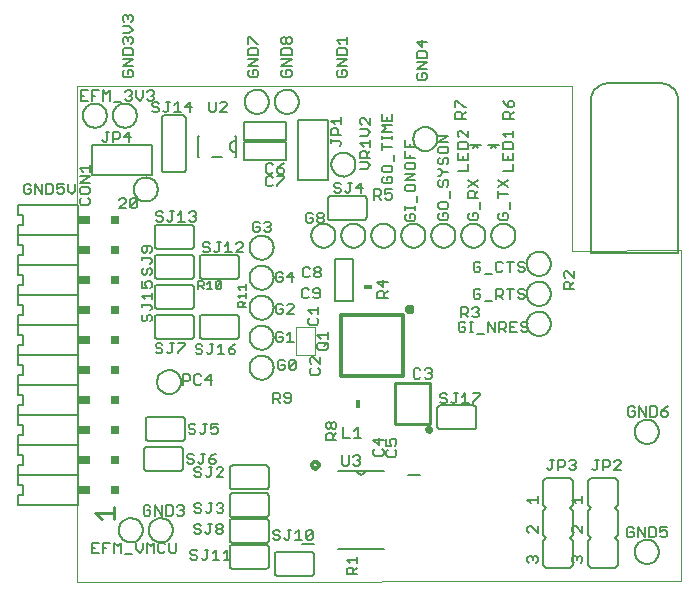
<source format=gto>
G75*
G70*
%OFA0B0*%
%FSLAX24Y24*%
%IPPOS*%
%LPD*%
%AMOC8*
5,1,8,0,0,1.08239X$1,22.5*
%
%ADD10C,0.0000*%
%ADD11C,0.0050*%
%ADD12C,0.0060*%
%ADD13C,0.0160*%
%ADD14C,0.0118*%
%ADD15C,0.0039*%
%ADD16C,0.0100*%
%ADD17C,0.0200*%
%ADD18R,0.0180X0.0271*%
%ADD19C,0.0080*%
%ADD20R,0.0300X0.0180*%
%ADD21R,0.0400X0.0300*%
%ADD22R,0.0300X0.0300*%
%ADD23C,0.0120*%
D10*
X002104Y001280D02*
X002104Y017815D01*
X018600Y017815D01*
X018600Y012307D01*
X022249Y012327D01*
X022249Y001300D01*
X002104Y001280D01*
D11*
X003504Y003000D02*
X003506Y003040D01*
X003512Y003079D01*
X003522Y003118D01*
X003535Y003155D01*
X003553Y003191D01*
X003574Y003225D01*
X003598Y003257D01*
X003625Y003286D01*
X003655Y003313D01*
X003687Y003336D01*
X003722Y003356D01*
X003758Y003372D01*
X003796Y003385D01*
X003835Y003394D01*
X003874Y003399D01*
X003914Y003400D01*
X003954Y003397D01*
X003993Y003390D01*
X004031Y003379D01*
X004069Y003365D01*
X004104Y003346D01*
X004137Y003325D01*
X004169Y003300D01*
X004197Y003272D01*
X004223Y003242D01*
X004245Y003209D01*
X004264Y003174D01*
X004280Y003137D01*
X004292Y003099D01*
X004300Y003060D01*
X004304Y003020D01*
X004304Y002980D01*
X004300Y002940D01*
X004292Y002901D01*
X004280Y002863D01*
X004264Y002826D01*
X004245Y002791D01*
X004223Y002758D01*
X004197Y002728D01*
X004169Y002700D01*
X004137Y002675D01*
X004104Y002654D01*
X004069Y002635D01*
X004031Y002621D01*
X003993Y002610D01*
X003954Y002603D01*
X003914Y002600D01*
X003874Y002601D01*
X003835Y002606D01*
X003796Y002615D01*
X003758Y002628D01*
X003722Y002644D01*
X003687Y002664D01*
X003655Y002687D01*
X003625Y002714D01*
X003598Y002743D01*
X003574Y002775D01*
X003553Y002809D01*
X003535Y002845D01*
X003522Y002882D01*
X003512Y002921D01*
X003506Y002960D01*
X003504Y003000D01*
X004504Y003000D02*
X004506Y003040D01*
X004512Y003079D01*
X004522Y003118D01*
X004535Y003155D01*
X004553Y003191D01*
X004574Y003225D01*
X004598Y003257D01*
X004625Y003286D01*
X004655Y003313D01*
X004687Y003336D01*
X004722Y003356D01*
X004758Y003372D01*
X004796Y003385D01*
X004835Y003394D01*
X004874Y003399D01*
X004914Y003400D01*
X004954Y003397D01*
X004993Y003390D01*
X005031Y003379D01*
X005069Y003365D01*
X005104Y003346D01*
X005137Y003325D01*
X005169Y003300D01*
X005197Y003272D01*
X005223Y003242D01*
X005245Y003209D01*
X005264Y003174D01*
X005280Y003137D01*
X005292Y003099D01*
X005300Y003060D01*
X005304Y003020D01*
X005304Y002980D01*
X005300Y002940D01*
X005292Y002901D01*
X005280Y002863D01*
X005264Y002826D01*
X005245Y002791D01*
X005223Y002758D01*
X005197Y002728D01*
X005169Y002700D01*
X005137Y002675D01*
X005104Y002654D01*
X005069Y002635D01*
X005031Y002621D01*
X004993Y002610D01*
X004954Y002603D01*
X004914Y002600D01*
X004874Y002601D01*
X004835Y002606D01*
X004796Y002615D01*
X004758Y002628D01*
X004722Y002644D01*
X004687Y002664D01*
X004655Y002687D01*
X004625Y002714D01*
X004598Y002743D01*
X004574Y002775D01*
X004553Y002809D01*
X004535Y002845D01*
X004522Y002882D01*
X004512Y002921D01*
X004506Y002960D01*
X004504Y003000D01*
X004780Y007938D02*
X004782Y007978D01*
X004788Y008017D01*
X004798Y008056D01*
X004811Y008093D01*
X004829Y008129D01*
X004850Y008163D01*
X004874Y008195D01*
X004901Y008224D01*
X004931Y008251D01*
X004963Y008274D01*
X004998Y008294D01*
X005034Y008310D01*
X005072Y008323D01*
X005111Y008332D01*
X005150Y008337D01*
X005190Y008338D01*
X005230Y008335D01*
X005269Y008328D01*
X005307Y008317D01*
X005345Y008303D01*
X005380Y008284D01*
X005413Y008263D01*
X005445Y008238D01*
X005473Y008210D01*
X005499Y008180D01*
X005521Y008147D01*
X005540Y008112D01*
X005556Y008075D01*
X005568Y008037D01*
X005576Y007998D01*
X005580Y007958D01*
X005580Y007918D01*
X005576Y007878D01*
X005568Y007839D01*
X005556Y007801D01*
X005540Y007764D01*
X005521Y007729D01*
X005499Y007696D01*
X005473Y007666D01*
X005445Y007638D01*
X005413Y007613D01*
X005380Y007592D01*
X005345Y007573D01*
X005307Y007559D01*
X005269Y007548D01*
X005230Y007541D01*
X005190Y007538D01*
X005150Y007539D01*
X005111Y007544D01*
X005072Y007553D01*
X005034Y007566D01*
X004998Y007582D01*
X004963Y007602D01*
X004931Y007625D01*
X004901Y007652D01*
X004874Y007681D01*
X004850Y007713D01*
X004829Y007747D01*
X004811Y007783D01*
X004798Y007820D01*
X004788Y007859D01*
X004782Y007898D01*
X004780Y007938D01*
X007864Y008420D02*
X007866Y008460D01*
X007872Y008499D01*
X007882Y008538D01*
X007895Y008575D01*
X007913Y008611D01*
X007934Y008645D01*
X007958Y008677D01*
X007985Y008706D01*
X008015Y008733D01*
X008047Y008756D01*
X008082Y008776D01*
X008118Y008792D01*
X008156Y008805D01*
X008195Y008814D01*
X008234Y008819D01*
X008274Y008820D01*
X008314Y008817D01*
X008353Y008810D01*
X008391Y008799D01*
X008429Y008785D01*
X008464Y008766D01*
X008497Y008745D01*
X008529Y008720D01*
X008557Y008692D01*
X008583Y008662D01*
X008605Y008629D01*
X008624Y008594D01*
X008640Y008557D01*
X008652Y008519D01*
X008660Y008480D01*
X008664Y008440D01*
X008664Y008400D01*
X008660Y008360D01*
X008652Y008321D01*
X008640Y008283D01*
X008624Y008246D01*
X008605Y008211D01*
X008583Y008178D01*
X008557Y008148D01*
X008529Y008120D01*
X008497Y008095D01*
X008464Y008074D01*
X008429Y008055D01*
X008391Y008041D01*
X008353Y008030D01*
X008314Y008023D01*
X008274Y008020D01*
X008234Y008021D01*
X008195Y008026D01*
X008156Y008035D01*
X008118Y008048D01*
X008082Y008064D01*
X008047Y008084D01*
X008015Y008107D01*
X007985Y008134D01*
X007958Y008163D01*
X007934Y008195D01*
X007913Y008229D01*
X007895Y008265D01*
X007882Y008302D01*
X007872Y008341D01*
X007866Y008380D01*
X007864Y008420D01*
X007864Y009420D02*
X007866Y009460D01*
X007872Y009499D01*
X007882Y009538D01*
X007895Y009575D01*
X007913Y009611D01*
X007934Y009645D01*
X007958Y009677D01*
X007985Y009706D01*
X008015Y009733D01*
X008047Y009756D01*
X008082Y009776D01*
X008118Y009792D01*
X008156Y009805D01*
X008195Y009814D01*
X008234Y009819D01*
X008274Y009820D01*
X008314Y009817D01*
X008353Y009810D01*
X008391Y009799D01*
X008429Y009785D01*
X008464Y009766D01*
X008497Y009745D01*
X008529Y009720D01*
X008557Y009692D01*
X008583Y009662D01*
X008605Y009629D01*
X008624Y009594D01*
X008640Y009557D01*
X008652Y009519D01*
X008660Y009480D01*
X008664Y009440D01*
X008664Y009400D01*
X008660Y009360D01*
X008652Y009321D01*
X008640Y009283D01*
X008624Y009246D01*
X008605Y009211D01*
X008583Y009178D01*
X008557Y009148D01*
X008529Y009120D01*
X008497Y009095D01*
X008464Y009074D01*
X008429Y009055D01*
X008391Y009041D01*
X008353Y009030D01*
X008314Y009023D01*
X008274Y009020D01*
X008234Y009021D01*
X008195Y009026D01*
X008156Y009035D01*
X008118Y009048D01*
X008082Y009064D01*
X008047Y009084D01*
X008015Y009107D01*
X007985Y009134D01*
X007958Y009163D01*
X007934Y009195D01*
X007913Y009229D01*
X007895Y009265D01*
X007882Y009302D01*
X007872Y009341D01*
X007866Y009380D01*
X007864Y009420D01*
X007739Y010431D02*
X007469Y010431D01*
X007469Y010566D01*
X007514Y010611D01*
X007604Y010611D01*
X007649Y010566D01*
X007649Y010431D01*
X007649Y010521D02*
X007739Y010611D01*
X007739Y010725D02*
X007739Y010906D01*
X007739Y010816D02*
X007469Y010816D01*
X007559Y010725D01*
X007559Y011020D02*
X007469Y011110D01*
X007739Y011110D01*
X007739Y011020D02*
X007739Y011200D01*
X007864Y011420D02*
X007866Y011460D01*
X007872Y011499D01*
X007882Y011538D01*
X007895Y011575D01*
X007913Y011611D01*
X007934Y011645D01*
X007958Y011677D01*
X007985Y011706D01*
X008015Y011733D01*
X008047Y011756D01*
X008082Y011776D01*
X008118Y011792D01*
X008156Y011805D01*
X008195Y011814D01*
X008234Y011819D01*
X008274Y011820D01*
X008314Y011817D01*
X008353Y011810D01*
X008391Y011799D01*
X008429Y011785D01*
X008464Y011766D01*
X008497Y011745D01*
X008529Y011720D01*
X008557Y011692D01*
X008583Y011662D01*
X008605Y011629D01*
X008624Y011594D01*
X008640Y011557D01*
X008652Y011519D01*
X008660Y011480D01*
X008664Y011440D01*
X008664Y011400D01*
X008660Y011360D01*
X008652Y011321D01*
X008640Y011283D01*
X008624Y011246D01*
X008605Y011211D01*
X008583Y011178D01*
X008557Y011148D01*
X008529Y011120D01*
X008497Y011095D01*
X008464Y011074D01*
X008429Y011055D01*
X008391Y011041D01*
X008353Y011030D01*
X008314Y011023D01*
X008274Y011020D01*
X008234Y011021D01*
X008195Y011026D01*
X008156Y011035D01*
X008118Y011048D01*
X008082Y011064D01*
X008047Y011084D01*
X008015Y011107D01*
X007985Y011134D01*
X007958Y011163D01*
X007934Y011195D01*
X007913Y011229D01*
X007895Y011265D01*
X007882Y011302D01*
X007872Y011341D01*
X007866Y011380D01*
X007864Y011420D01*
X006919Y011260D02*
X006739Y011080D01*
X006784Y011035D01*
X006874Y011035D01*
X006919Y011080D01*
X006919Y011260D01*
X006874Y011305D01*
X006784Y011305D01*
X006739Y011260D01*
X006739Y011080D01*
X006624Y011035D02*
X006444Y011035D01*
X006534Y011035D02*
X006534Y011305D01*
X006444Y011215D01*
X006330Y011260D02*
X006285Y011305D01*
X006149Y011305D01*
X006149Y011035D01*
X006149Y011125D02*
X006285Y011125D01*
X006330Y011170D01*
X006330Y011260D01*
X006239Y011125D02*
X006330Y011035D01*
X007864Y010420D02*
X007866Y010460D01*
X007872Y010499D01*
X007882Y010538D01*
X007895Y010575D01*
X007913Y010611D01*
X007934Y010645D01*
X007958Y010677D01*
X007985Y010706D01*
X008015Y010733D01*
X008047Y010756D01*
X008082Y010776D01*
X008118Y010792D01*
X008156Y010805D01*
X008195Y010814D01*
X008234Y010819D01*
X008274Y010820D01*
X008314Y010817D01*
X008353Y010810D01*
X008391Y010799D01*
X008429Y010785D01*
X008464Y010766D01*
X008497Y010745D01*
X008529Y010720D01*
X008557Y010692D01*
X008583Y010662D01*
X008605Y010629D01*
X008624Y010594D01*
X008640Y010557D01*
X008652Y010519D01*
X008660Y010480D01*
X008664Y010440D01*
X008664Y010400D01*
X008660Y010360D01*
X008652Y010321D01*
X008640Y010283D01*
X008624Y010246D01*
X008605Y010211D01*
X008583Y010178D01*
X008557Y010148D01*
X008529Y010120D01*
X008497Y010095D01*
X008464Y010074D01*
X008429Y010055D01*
X008391Y010041D01*
X008353Y010030D01*
X008314Y010023D01*
X008274Y010020D01*
X008234Y010021D01*
X008195Y010026D01*
X008156Y010035D01*
X008118Y010048D01*
X008082Y010064D01*
X008047Y010084D01*
X008015Y010107D01*
X007985Y010134D01*
X007958Y010163D01*
X007934Y010195D01*
X007913Y010229D01*
X007895Y010265D01*
X007882Y010302D01*
X007872Y010341D01*
X007866Y010380D01*
X007864Y010420D01*
X010722Y010626D02*
X010722Y012026D01*
X011322Y012026D01*
X011322Y010626D01*
X010722Y010626D01*
X007864Y012420D02*
X007866Y012460D01*
X007872Y012499D01*
X007882Y012538D01*
X007895Y012575D01*
X007913Y012611D01*
X007934Y012645D01*
X007958Y012677D01*
X007985Y012706D01*
X008015Y012733D01*
X008047Y012756D01*
X008082Y012776D01*
X008118Y012792D01*
X008156Y012805D01*
X008195Y012814D01*
X008234Y012819D01*
X008274Y012820D01*
X008314Y012817D01*
X008353Y012810D01*
X008391Y012799D01*
X008429Y012785D01*
X008464Y012766D01*
X008497Y012745D01*
X008529Y012720D01*
X008557Y012692D01*
X008583Y012662D01*
X008605Y012629D01*
X008624Y012594D01*
X008640Y012557D01*
X008652Y012519D01*
X008660Y012480D01*
X008664Y012440D01*
X008664Y012400D01*
X008660Y012360D01*
X008652Y012321D01*
X008640Y012283D01*
X008624Y012246D01*
X008605Y012211D01*
X008583Y012178D01*
X008557Y012148D01*
X008529Y012120D01*
X008497Y012095D01*
X008464Y012074D01*
X008429Y012055D01*
X008391Y012041D01*
X008353Y012030D01*
X008314Y012023D01*
X008274Y012020D01*
X008234Y012021D01*
X008195Y012026D01*
X008156Y012035D01*
X008118Y012048D01*
X008082Y012064D01*
X008047Y012084D01*
X008015Y012107D01*
X007985Y012134D01*
X007958Y012163D01*
X007934Y012195D01*
X007913Y012229D01*
X007895Y012265D01*
X007882Y012302D01*
X007872Y012341D01*
X007866Y012380D01*
X007864Y012420D01*
X009924Y012820D02*
X009926Y012860D01*
X009932Y012899D01*
X009942Y012938D01*
X009955Y012975D01*
X009973Y013011D01*
X009994Y013045D01*
X010018Y013077D01*
X010045Y013106D01*
X010075Y013133D01*
X010107Y013156D01*
X010142Y013176D01*
X010178Y013192D01*
X010216Y013205D01*
X010255Y013214D01*
X010294Y013219D01*
X010334Y013220D01*
X010374Y013217D01*
X010413Y013210D01*
X010451Y013199D01*
X010489Y013185D01*
X010524Y013166D01*
X010557Y013145D01*
X010589Y013120D01*
X010617Y013092D01*
X010643Y013062D01*
X010665Y013029D01*
X010684Y012994D01*
X010700Y012957D01*
X010712Y012919D01*
X010720Y012880D01*
X010724Y012840D01*
X010724Y012800D01*
X010720Y012760D01*
X010712Y012721D01*
X010700Y012683D01*
X010684Y012646D01*
X010665Y012611D01*
X010643Y012578D01*
X010617Y012548D01*
X010589Y012520D01*
X010557Y012495D01*
X010524Y012474D01*
X010489Y012455D01*
X010451Y012441D01*
X010413Y012430D01*
X010374Y012423D01*
X010334Y012420D01*
X010294Y012421D01*
X010255Y012426D01*
X010216Y012435D01*
X010178Y012448D01*
X010142Y012464D01*
X010107Y012484D01*
X010075Y012507D01*
X010045Y012534D01*
X010018Y012563D01*
X009994Y012595D01*
X009973Y012629D01*
X009955Y012665D01*
X009942Y012702D01*
X009932Y012741D01*
X009926Y012780D01*
X009924Y012820D01*
X010924Y012820D02*
X010926Y012860D01*
X010932Y012899D01*
X010942Y012938D01*
X010955Y012975D01*
X010973Y013011D01*
X010994Y013045D01*
X011018Y013077D01*
X011045Y013106D01*
X011075Y013133D01*
X011107Y013156D01*
X011142Y013176D01*
X011178Y013192D01*
X011216Y013205D01*
X011255Y013214D01*
X011294Y013219D01*
X011334Y013220D01*
X011374Y013217D01*
X011413Y013210D01*
X011451Y013199D01*
X011489Y013185D01*
X011524Y013166D01*
X011557Y013145D01*
X011589Y013120D01*
X011617Y013092D01*
X011643Y013062D01*
X011665Y013029D01*
X011684Y012994D01*
X011700Y012957D01*
X011712Y012919D01*
X011720Y012880D01*
X011724Y012840D01*
X011724Y012800D01*
X011720Y012760D01*
X011712Y012721D01*
X011700Y012683D01*
X011684Y012646D01*
X011665Y012611D01*
X011643Y012578D01*
X011617Y012548D01*
X011589Y012520D01*
X011557Y012495D01*
X011524Y012474D01*
X011489Y012455D01*
X011451Y012441D01*
X011413Y012430D01*
X011374Y012423D01*
X011334Y012420D01*
X011294Y012421D01*
X011255Y012426D01*
X011216Y012435D01*
X011178Y012448D01*
X011142Y012464D01*
X011107Y012484D01*
X011075Y012507D01*
X011045Y012534D01*
X011018Y012563D01*
X010994Y012595D01*
X010973Y012629D01*
X010955Y012665D01*
X010942Y012702D01*
X010932Y012741D01*
X010926Y012780D01*
X010924Y012820D01*
X011924Y012820D02*
X011926Y012860D01*
X011932Y012899D01*
X011942Y012938D01*
X011955Y012975D01*
X011973Y013011D01*
X011994Y013045D01*
X012018Y013077D01*
X012045Y013106D01*
X012075Y013133D01*
X012107Y013156D01*
X012142Y013176D01*
X012178Y013192D01*
X012216Y013205D01*
X012255Y013214D01*
X012294Y013219D01*
X012334Y013220D01*
X012374Y013217D01*
X012413Y013210D01*
X012451Y013199D01*
X012489Y013185D01*
X012524Y013166D01*
X012557Y013145D01*
X012589Y013120D01*
X012617Y013092D01*
X012643Y013062D01*
X012665Y013029D01*
X012684Y012994D01*
X012700Y012957D01*
X012712Y012919D01*
X012720Y012880D01*
X012724Y012840D01*
X012724Y012800D01*
X012720Y012760D01*
X012712Y012721D01*
X012700Y012683D01*
X012684Y012646D01*
X012665Y012611D01*
X012643Y012578D01*
X012617Y012548D01*
X012589Y012520D01*
X012557Y012495D01*
X012524Y012474D01*
X012489Y012455D01*
X012451Y012441D01*
X012413Y012430D01*
X012374Y012423D01*
X012334Y012420D01*
X012294Y012421D01*
X012255Y012426D01*
X012216Y012435D01*
X012178Y012448D01*
X012142Y012464D01*
X012107Y012484D01*
X012075Y012507D01*
X012045Y012534D01*
X012018Y012563D01*
X011994Y012595D01*
X011973Y012629D01*
X011955Y012665D01*
X011942Y012702D01*
X011932Y012741D01*
X011926Y012780D01*
X011924Y012820D01*
X012924Y012820D02*
X012926Y012860D01*
X012932Y012899D01*
X012942Y012938D01*
X012955Y012975D01*
X012973Y013011D01*
X012994Y013045D01*
X013018Y013077D01*
X013045Y013106D01*
X013075Y013133D01*
X013107Y013156D01*
X013142Y013176D01*
X013178Y013192D01*
X013216Y013205D01*
X013255Y013214D01*
X013294Y013219D01*
X013334Y013220D01*
X013374Y013217D01*
X013413Y013210D01*
X013451Y013199D01*
X013489Y013185D01*
X013524Y013166D01*
X013557Y013145D01*
X013589Y013120D01*
X013617Y013092D01*
X013643Y013062D01*
X013665Y013029D01*
X013684Y012994D01*
X013700Y012957D01*
X013712Y012919D01*
X013720Y012880D01*
X013724Y012840D01*
X013724Y012800D01*
X013720Y012760D01*
X013712Y012721D01*
X013700Y012683D01*
X013684Y012646D01*
X013665Y012611D01*
X013643Y012578D01*
X013617Y012548D01*
X013589Y012520D01*
X013557Y012495D01*
X013524Y012474D01*
X013489Y012455D01*
X013451Y012441D01*
X013413Y012430D01*
X013374Y012423D01*
X013334Y012420D01*
X013294Y012421D01*
X013255Y012426D01*
X013216Y012435D01*
X013178Y012448D01*
X013142Y012464D01*
X013107Y012484D01*
X013075Y012507D01*
X013045Y012534D01*
X013018Y012563D01*
X012994Y012595D01*
X012973Y012629D01*
X012955Y012665D01*
X012942Y012702D01*
X012932Y012741D01*
X012926Y012780D01*
X012924Y012820D01*
X013924Y012820D02*
X013926Y012860D01*
X013932Y012899D01*
X013942Y012938D01*
X013955Y012975D01*
X013973Y013011D01*
X013994Y013045D01*
X014018Y013077D01*
X014045Y013106D01*
X014075Y013133D01*
X014107Y013156D01*
X014142Y013176D01*
X014178Y013192D01*
X014216Y013205D01*
X014255Y013214D01*
X014294Y013219D01*
X014334Y013220D01*
X014374Y013217D01*
X014413Y013210D01*
X014451Y013199D01*
X014489Y013185D01*
X014524Y013166D01*
X014557Y013145D01*
X014589Y013120D01*
X014617Y013092D01*
X014643Y013062D01*
X014665Y013029D01*
X014684Y012994D01*
X014700Y012957D01*
X014712Y012919D01*
X014720Y012880D01*
X014724Y012840D01*
X014724Y012800D01*
X014720Y012760D01*
X014712Y012721D01*
X014700Y012683D01*
X014684Y012646D01*
X014665Y012611D01*
X014643Y012578D01*
X014617Y012548D01*
X014589Y012520D01*
X014557Y012495D01*
X014524Y012474D01*
X014489Y012455D01*
X014451Y012441D01*
X014413Y012430D01*
X014374Y012423D01*
X014334Y012420D01*
X014294Y012421D01*
X014255Y012426D01*
X014216Y012435D01*
X014178Y012448D01*
X014142Y012464D01*
X014107Y012484D01*
X014075Y012507D01*
X014045Y012534D01*
X014018Y012563D01*
X013994Y012595D01*
X013973Y012629D01*
X013955Y012665D01*
X013942Y012702D01*
X013932Y012741D01*
X013926Y012780D01*
X013924Y012820D01*
X014924Y012820D02*
X014926Y012860D01*
X014932Y012899D01*
X014942Y012938D01*
X014955Y012975D01*
X014973Y013011D01*
X014994Y013045D01*
X015018Y013077D01*
X015045Y013106D01*
X015075Y013133D01*
X015107Y013156D01*
X015142Y013176D01*
X015178Y013192D01*
X015216Y013205D01*
X015255Y013214D01*
X015294Y013219D01*
X015334Y013220D01*
X015374Y013217D01*
X015413Y013210D01*
X015451Y013199D01*
X015489Y013185D01*
X015524Y013166D01*
X015557Y013145D01*
X015589Y013120D01*
X015617Y013092D01*
X015643Y013062D01*
X015665Y013029D01*
X015684Y012994D01*
X015700Y012957D01*
X015712Y012919D01*
X015720Y012880D01*
X015724Y012840D01*
X015724Y012800D01*
X015720Y012760D01*
X015712Y012721D01*
X015700Y012683D01*
X015684Y012646D01*
X015665Y012611D01*
X015643Y012578D01*
X015617Y012548D01*
X015589Y012520D01*
X015557Y012495D01*
X015524Y012474D01*
X015489Y012455D01*
X015451Y012441D01*
X015413Y012430D01*
X015374Y012423D01*
X015334Y012420D01*
X015294Y012421D01*
X015255Y012426D01*
X015216Y012435D01*
X015178Y012448D01*
X015142Y012464D01*
X015107Y012484D01*
X015075Y012507D01*
X015045Y012534D01*
X015018Y012563D01*
X014994Y012595D01*
X014973Y012629D01*
X014955Y012665D01*
X014942Y012702D01*
X014932Y012741D01*
X014926Y012780D01*
X014924Y012820D01*
X015924Y012820D02*
X015926Y012860D01*
X015932Y012899D01*
X015942Y012938D01*
X015955Y012975D01*
X015973Y013011D01*
X015994Y013045D01*
X016018Y013077D01*
X016045Y013106D01*
X016075Y013133D01*
X016107Y013156D01*
X016142Y013176D01*
X016178Y013192D01*
X016216Y013205D01*
X016255Y013214D01*
X016294Y013219D01*
X016334Y013220D01*
X016374Y013217D01*
X016413Y013210D01*
X016451Y013199D01*
X016489Y013185D01*
X016524Y013166D01*
X016557Y013145D01*
X016589Y013120D01*
X016617Y013092D01*
X016643Y013062D01*
X016665Y013029D01*
X016684Y012994D01*
X016700Y012957D01*
X016712Y012919D01*
X016720Y012880D01*
X016724Y012840D01*
X016724Y012800D01*
X016720Y012760D01*
X016712Y012721D01*
X016700Y012683D01*
X016684Y012646D01*
X016665Y012611D01*
X016643Y012578D01*
X016617Y012548D01*
X016589Y012520D01*
X016557Y012495D01*
X016524Y012474D01*
X016489Y012455D01*
X016451Y012441D01*
X016413Y012430D01*
X016374Y012423D01*
X016334Y012420D01*
X016294Y012421D01*
X016255Y012426D01*
X016216Y012435D01*
X016178Y012448D01*
X016142Y012464D01*
X016107Y012484D01*
X016075Y012507D01*
X016045Y012534D01*
X016018Y012563D01*
X015994Y012595D01*
X015973Y012629D01*
X015955Y012665D01*
X015942Y012702D01*
X015932Y012741D01*
X015926Y012780D01*
X015924Y012820D01*
X017104Y011880D02*
X017106Y011920D01*
X017112Y011959D01*
X017122Y011998D01*
X017135Y012035D01*
X017153Y012071D01*
X017174Y012105D01*
X017198Y012137D01*
X017225Y012166D01*
X017255Y012193D01*
X017287Y012216D01*
X017322Y012236D01*
X017358Y012252D01*
X017396Y012265D01*
X017435Y012274D01*
X017474Y012279D01*
X017514Y012280D01*
X017554Y012277D01*
X017593Y012270D01*
X017631Y012259D01*
X017669Y012245D01*
X017704Y012226D01*
X017737Y012205D01*
X017769Y012180D01*
X017797Y012152D01*
X017823Y012122D01*
X017845Y012089D01*
X017864Y012054D01*
X017880Y012017D01*
X017892Y011979D01*
X017900Y011940D01*
X017904Y011900D01*
X017904Y011860D01*
X017900Y011820D01*
X017892Y011781D01*
X017880Y011743D01*
X017864Y011706D01*
X017845Y011671D01*
X017823Y011638D01*
X017797Y011608D01*
X017769Y011580D01*
X017737Y011555D01*
X017704Y011534D01*
X017669Y011515D01*
X017631Y011501D01*
X017593Y011490D01*
X017554Y011483D01*
X017514Y011480D01*
X017474Y011481D01*
X017435Y011486D01*
X017396Y011495D01*
X017358Y011508D01*
X017322Y011524D01*
X017287Y011544D01*
X017255Y011567D01*
X017225Y011594D01*
X017198Y011623D01*
X017174Y011655D01*
X017153Y011689D01*
X017135Y011725D01*
X017122Y011762D01*
X017112Y011801D01*
X017106Y011840D01*
X017104Y011880D01*
X017104Y010880D02*
X017106Y010920D01*
X017112Y010959D01*
X017122Y010998D01*
X017135Y011035D01*
X017153Y011071D01*
X017174Y011105D01*
X017198Y011137D01*
X017225Y011166D01*
X017255Y011193D01*
X017287Y011216D01*
X017322Y011236D01*
X017358Y011252D01*
X017396Y011265D01*
X017435Y011274D01*
X017474Y011279D01*
X017514Y011280D01*
X017554Y011277D01*
X017593Y011270D01*
X017631Y011259D01*
X017669Y011245D01*
X017704Y011226D01*
X017737Y011205D01*
X017769Y011180D01*
X017797Y011152D01*
X017823Y011122D01*
X017845Y011089D01*
X017864Y011054D01*
X017880Y011017D01*
X017892Y010979D01*
X017900Y010940D01*
X017904Y010900D01*
X017904Y010860D01*
X017900Y010820D01*
X017892Y010781D01*
X017880Y010743D01*
X017864Y010706D01*
X017845Y010671D01*
X017823Y010638D01*
X017797Y010608D01*
X017769Y010580D01*
X017737Y010555D01*
X017704Y010534D01*
X017669Y010515D01*
X017631Y010501D01*
X017593Y010490D01*
X017554Y010483D01*
X017514Y010480D01*
X017474Y010481D01*
X017435Y010486D01*
X017396Y010495D01*
X017358Y010508D01*
X017322Y010524D01*
X017287Y010544D01*
X017255Y010567D01*
X017225Y010594D01*
X017198Y010623D01*
X017174Y010655D01*
X017153Y010689D01*
X017135Y010725D01*
X017122Y010762D01*
X017112Y010801D01*
X017106Y010840D01*
X017104Y010880D01*
X017104Y009880D02*
X017106Y009920D01*
X017112Y009959D01*
X017122Y009998D01*
X017135Y010035D01*
X017153Y010071D01*
X017174Y010105D01*
X017198Y010137D01*
X017225Y010166D01*
X017255Y010193D01*
X017287Y010216D01*
X017322Y010236D01*
X017358Y010252D01*
X017396Y010265D01*
X017435Y010274D01*
X017474Y010279D01*
X017514Y010280D01*
X017554Y010277D01*
X017593Y010270D01*
X017631Y010259D01*
X017669Y010245D01*
X017704Y010226D01*
X017737Y010205D01*
X017769Y010180D01*
X017797Y010152D01*
X017823Y010122D01*
X017845Y010089D01*
X017864Y010054D01*
X017880Y010017D01*
X017892Y009979D01*
X017900Y009940D01*
X017904Y009900D01*
X017904Y009860D01*
X017900Y009820D01*
X017892Y009781D01*
X017880Y009743D01*
X017864Y009706D01*
X017845Y009671D01*
X017823Y009638D01*
X017797Y009608D01*
X017769Y009580D01*
X017737Y009555D01*
X017704Y009534D01*
X017669Y009515D01*
X017631Y009501D01*
X017593Y009490D01*
X017554Y009483D01*
X017514Y009480D01*
X017474Y009481D01*
X017435Y009486D01*
X017396Y009495D01*
X017358Y009508D01*
X017322Y009524D01*
X017287Y009544D01*
X017255Y009567D01*
X017225Y009594D01*
X017198Y009623D01*
X017174Y009655D01*
X017153Y009689D01*
X017135Y009725D01*
X017122Y009762D01*
X017112Y009801D01*
X017106Y009840D01*
X017104Y009880D01*
X019244Y012229D02*
X019244Y017323D01*
X019246Y017368D01*
X019251Y017412D01*
X019260Y017456D01*
X019272Y017499D01*
X019287Y017541D01*
X019306Y017582D01*
X019328Y017621D01*
X019353Y017658D01*
X019381Y017693D01*
X019411Y017726D01*
X019444Y017756D01*
X019479Y017784D01*
X019516Y017809D01*
X019555Y017831D01*
X019596Y017850D01*
X019638Y017865D01*
X019681Y017877D01*
X019725Y017886D01*
X019769Y017891D01*
X019814Y017893D01*
X021589Y017893D01*
X021579Y017893D02*
X021624Y017891D01*
X021668Y017886D01*
X021712Y017877D01*
X021755Y017865D01*
X021797Y017850D01*
X021838Y017831D01*
X021877Y017809D01*
X021914Y017784D01*
X021949Y017756D01*
X021982Y017726D01*
X022012Y017693D01*
X022040Y017658D01*
X022065Y017621D01*
X022087Y017582D01*
X022106Y017541D01*
X022121Y017499D01*
X022133Y017456D01*
X022142Y017412D01*
X022147Y017368D01*
X022149Y017323D01*
X022149Y017333D02*
X022149Y012229D01*
X019244Y012229D01*
X013324Y016040D02*
X013326Y016080D01*
X013332Y016119D01*
X013342Y016158D01*
X013355Y016195D01*
X013373Y016231D01*
X013394Y016265D01*
X013418Y016297D01*
X013445Y016326D01*
X013475Y016353D01*
X013507Y016376D01*
X013542Y016396D01*
X013578Y016412D01*
X013616Y016425D01*
X013655Y016434D01*
X013694Y016439D01*
X013734Y016440D01*
X013774Y016437D01*
X013813Y016430D01*
X013851Y016419D01*
X013889Y016405D01*
X013924Y016386D01*
X013957Y016365D01*
X013989Y016340D01*
X014017Y016312D01*
X014043Y016282D01*
X014065Y016249D01*
X014084Y016214D01*
X014100Y016177D01*
X014112Y016139D01*
X014120Y016100D01*
X014124Y016060D01*
X014124Y016020D01*
X014120Y015980D01*
X014112Y015941D01*
X014100Y015903D01*
X014084Y015866D01*
X014065Y015831D01*
X014043Y015798D01*
X014017Y015768D01*
X013989Y015740D01*
X013957Y015715D01*
X013924Y015694D01*
X013889Y015675D01*
X013851Y015661D01*
X013813Y015650D01*
X013774Y015643D01*
X013734Y015640D01*
X013694Y015641D01*
X013655Y015646D01*
X013616Y015655D01*
X013578Y015668D01*
X013542Y015684D01*
X013507Y015704D01*
X013475Y015727D01*
X013445Y015754D01*
X013418Y015783D01*
X013394Y015815D01*
X013373Y015849D01*
X013355Y015885D01*
X013342Y015922D01*
X013332Y015961D01*
X013326Y016000D01*
X013324Y016040D01*
X010594Y015190D02*
X010596Y015230D01*
X010602Y015269D01*
X010612Y015308D01*
X010625Y015345D01*
X010643Y015381D01*
X010664Y015415D01*
X010688Y015447D01*
X010715Y015476D01*
X010745Y015503D01*
X010777Y015526D01*
X010812Y015546D01*
X010848Y015562D01*
X010886Y015575D01*
X010925Y015584D01*
X010964Y015589D01*
X011004Y015590D01*
X011044Y015587D01*
X011083Y015580D01*
X011121Y015569D01*
X011159Y015555D01*
X011194Y015536D01*
X011227Y015515D01*
X011259Y015490D01*
X011287Y015462D01*
X011313Y015432D01*
X011335Y015399D01*
X011354Y015364D01*
X011370Y015327D01*
X011382Y015289D01*
X011390Y015250D01*
X011394Y015210D01*
X011394Y015170D01*
X011390Y015130D01*
X011382Y015091D01*
X011370Y015053D01*
X011354Y015016D01*
X011335Y014981D01*
X011313Y014948D01*
X011287Y014918D01*
X011259Y014890D01*
X011227Y014865D01*
X011194Y014844D01*
X011159Y014825D01*
X011121Y014811D01*
X011083Y014800D01*
X011044Y014793D01*
X011004Y014790D01*
X010964Y014791D01*
X010925Y014796D01*
X010886Y014805D01*
X010848Y014818D01*
X010812Y014834D01*
X010777Y014854D01*
X010745Y014877D01*
X010715Y014904D01*
X010688Y014933D01*
X010664Y014965D01*
X010643Y014999D01*
X010625Y015035D01*
X010612Y015072D01*
X010602Y015111D01*
X010596Y015150D01*
X010594Y015190D01*
X010493Y014685D02*
X010493Y016685D01*
X009493Y016685D01*
X009493Y014685D01*
X010493Y014685D01*
X009074Y015330D02*
X009074Y015930D01*
X007674Y015930D01*
X007674Y015330D01*
X009074Y015330D01*
X009074Y016000D02*
X009074Y016600D01*
X007674Y016600D01*
X007674Y016000D01*
X009074Y016000D01*
X007404Y016154D02*
X007404Y015445D01*
X007365Y015445D01*
X006932Y015445D02*
X006617Y015445D01*
X006184Y015445D02*
X006144Y015445D01*
X006144Y016154D01*
X006184Y016154D01*
X007365Y016154D02*
X007404Y016154D01*
X007404Y015997D02*
X007377Y015995D01*
X007351Y015990D01*
X007326Y015981D01*
X007302Y015968D01*
X007280Y015953D01*
X007260Y015934D01*
X007243Y015914D01*
X007229Y015891D01*
X007218Y015866D01*
X007211Y015840D01*
X007207Y015813D01*
X007207Y015787D01*
X007211Y015760D01*
X007218Y015734D01*
X007229Y015709D01*
X007243Y015686D01*
X007260Y015666D01*
X007280Y015647D01*
X007302Y015632D01*
X007326Y015619D01*
X007351Y015610D01*
X007377Y015605D01*
X007404Y015603D01*
X007704Y017280D02*
X007706Y017320D01*
X007712Y017359D01*
X007722Y017398D01*
X007735Y017435D01*
X007753Y017471D01*
X007774Y017505D01*
X007798Y017537D01*
X007825Y017566D01*
X007855Y017593D01*
X007887Y017616D01*
X007922Y017636D01*
X007958Y017652D01*
X007996Y017665D01*
X008035Y017674D01*
X008074Y017679D01*
X008114Y017680D01*
X008154Y017677D01*
X008193Y017670D01*
X008231Y017659D01*
X008269Y017645D01*
X008304Y017626D01*
X008337Y017605D01*
X008369Y017580D01*
X008397Y017552D01*
X008423Y017522D01*
X008445Y017489D01*
X008464Y017454D01*
X008480Y017417D01*
X008492Y017379D01*
X008500Y017340D01*
X008504Y017300D01*
X008504Y017260D01*
X008500Y017220D01*
X008492Y017181D01*
X008480Y017143D01*
X008464Y017106D01*
X008445Y017071D01*
X008423Y017038D01*
X008397Y017008D01*
X008369Y016980D01*
X008337Y016955D01*
X008304Y016934D01*
X008269Y016915D01*
X008231Y016901D01*
X008193Y016890D01*
X008154Y016883D01*
X008114Y016880D01*
X008074Y016881D01*
X008035Y016886D01*
X007996Y016895D01*
X007958Y016908D01*
X007922Y016924D01*
X007887Y016944D01*
X007855Y016967D01*
X007825Y016994D01*
X007798Y017023D01*
X007774Y017055D01*
X007753Y017089D01*
X007735Y017125D01*
X007722Y017162D01*
X007712Y017201D01*
X007706Y017240D01*
X007704Y017280D01*
X008704Y017280D02*
X008706Y017320D01*
X008712Y017359D01*
X008722Y017398D01*
X008735Y017435D01*
X008753Y017471D01*
X008774Y017505D01*
X008798Y017537D01*
X008825Y017566D01*
X008855Y017593D01*
X008887Y017616D01*
X008922Y017636D01*
X008958Y017652D01*
X008996Y017665D01*
X009035Y017674D01*
X009074Y017679D01*
X009114Y017680D01*
X009154Y017677D01*
X009193Y017670D01*
X009231Y017659D01*
X009269Y017645D01*
X009304Y017626D01*
X009337Y017605D01*
X009369Y017580D01*
X009397Y017552D01*
X009423Y017522D01*
X009445Y017489D01*
X009464Y017454D01*
X009480Y017417D01*
X009492Y017379D01*
X009500Y017340D01*
X009504Y017300D01*
X009504Y017260D01*
X009500Y017220D01*
X009492Y017181D01*
X009480Y017143D01*
X009464Y017106D01*
X009445Y017071D01*
X009423Y017038D01*
X009397Y017008D01*
X009369Y016980D01*
X009337Y016955D01*
X009304Y016934D01*
X009269Y016915D01*
X009231Y016901D01*
X009193Y016890D01*
X009154Y016883D01*
X009114Y016880D01*
X009074Y016881D01*
X009035Y016886D01*
X008996Y016895D01*
X008958Y016908D01*
X008922Y016924D01*
X008887Y016944D01*
X008855Y016967D01*
X008825Y016994D01*
X008798Y017023D01*
X008774Y017055D01*
X008753Y017089D01*
X008735Y017125D01*
X008722Y017162D01*
X008712Y017201D01*
X008706Y017240D01*
X008704Y017280D01*
X004604Y015837D02*
X004604Y014837D01*
X002604Y014837D01*
X002604Y015837D01*
X004604Y015837D01*
X003304Y016820D02*
X003306Y016860D01*
X003312Y016899D01*
X003322Y016938D01*
X003335Y016975D01*
X003353Y017011D01*
X003374Y017045D01*
X003398Y017077D01*
X003425Y017106D01*
X003455Y017133D01*
X003487Y017156D01*
X003522Y017176D01*
X003558Y017192D01*
X003596Y017205D01*
X003635Y017214D01*
X003674Y017219D01*
X003714Y017220D01*
X003754Y017217D01*
X003793Y017210D01*
X003831Y017199D01*
X003869Y017185D01*
X003904Y017166D01*
X003937Y017145D01*
X003969Y017120D01*
X003997Y017092D01*
X004023Y017062D01*
X004045Y017029D01*
X004064Y016994D01*
X004080Y016957D01*
X004092Y016919D01*
X004100Y016880D01*
X004104Y016840D01*
X004104Y016800D01*
X004100Y016760D01*
X004092Y016721D01*
X004080Y016683D01*
X004064Y016646D01*
X004045Y016611D01*
X004023Y016578D01*
X003997Y016548D01*
X003969Y016520D01*
X003937Y016495D01*
X003904Y016474D01*
X003869Y016455D01*
X003831Y016441D01*
X003793Y016430D01*
X003754Y016423D01*
X003714Y016420D01*
X003674Y016421D01*
X003635Y016426D01*
X003596Y016435D01*
X003558Y016448D01*
X003522Y016464D01*
X003487Y016484D01*
X003455Y016507D01*
X003425Y016534D01*
X003398Y016563D01*
X003374Y016595D01*
X003353Y016629D01*
X003335Y016665D01*
X003322Y016702D01*
X003312Y016741D01*
X003306Y016780D01*
X003304Y016820D01*
X002304Y016820D02*
X002306Y016860D01*
X002312Y016899D01*
X002322Y016938D01*
X002335Y016975D01*
X002353Y017011D01*
X002374Y017045D01*
X002398Y017077D01*
X002425Y017106D01*
X002455Y017133D01*
X002487Y017156D01*
X002522Y017176D01*
X002558Y017192D01*
X002596Y017205D01*
X002635Y017214D01*
X002674Y017219D01*
X002714Y017220D01*
X002754Y017217D01*
X002793Y017210D01*
X002831Y017199D01*
X002869Y017185D01*
X002904Y017166D01*
X002937Y017145D01*
X002969Y017120D01*
X002997Y017092D01*
X003023Y017062D01*
X003045Y017029D01*
X003064Y016994D01*
X003080Y016957D01*
X003092Y016919D01*
X003100Y016880D01*
X003104Y016840D01*
X003104Y016800D01*
X003100Y016760D01*
X003092Y016721D01*
X003080Y016683D01*
X003064Y016646D01*
X003045Y016611D01*
X003023Y016578D01*
X002997Y016548D01*
X002969Y016520D01*
X002937Y016495D01*
X002904Y016474D01*
X002869Y016455D01*
X002831Y016441D01*
X002793Y016430D01*
X002754Y016423D01*
X002714Y016420D01*
X002674Y016421D01*
X002635Y016426D01*
X002596Y016435D01*
X002558Y016448D01*
X002522Y016464D01*
X002487Y016484D01*
X002455Y016507D01*
X002425Y016534D01*
X002398Y016563D01*
X002374Y016595D01*
X002353Y016629D01*
X002335Y016665D01*
X002322Y016702D01*
X002312Y016741D01*
X002306Y016780D01*
X002304Y016820D01*
X004004Y014357D02*
X004006Y014397D01*
X004012Y014436D01*
X004022Y014475D01*
X004035Y014512D01*
X004053Y014548D01*
X004074Y014582D01*
X004098Y014614D01*
X004125Y014643D01*
X004155Y014670D01*
X004187Y014693D01*
X004222Y014713D01*
X004258Y014729D01*
X004296Y014742D01*
X004335Y014751D01*
X004374Y014756D01*
X004414Y014757D01*
X004454Y014754D01*
X004493Y014747D01*
X004531Y014736D01*
X004569Y014722D01*
X004604Y014703D01*
X004637Y014682D01*
X004669Y014657D01*
X004697Y014629D01*
X004723Y014599D01*
X004745Y014566D01*
X004764Y014531D01*
X004780Y014494D01*
X004792Y014456D01*
X004800Y014417D01*
X004804Y014377D01*
X004804Y014337D01*
X004800Y014297D01*
X004792Y014258D01*
X004780Y014220D01*
X004764Y014183D01*
X004745Y014148D01*
X004723Y014115D01*
X004697Y014085D01*
X004669Y014057D01*
X004637Y014032D01*
X004604Y014011D01*
X004569Y013992D01*
X004531Y013978D01*
X004493Y013967D01*
X004454Y013960D01*
X004414Y013957D01*
X004374Y013958D01*
X004335Y013963D01*
X004296Y013972D01*
X004258Y013985D01*
X004222Y014001D01*
X004187Y014021D01*
X004155Y014044D01*
X004125Y014071D01*
X004098Y014100D01*
X004074Y014132D01*
X004053Y014166D01*
X004035Y014202D01*
X004022Y014239D01*
X004012Y014278D01*
X004006Y014317D01*
X004004Y014357D01*
X017126Y004020D02*
X017467Y004020D01*
X017467Y004133D02*
X017467Y003906D01*
X017240Y003906D02*
X017126Y004020D01*
X017183Y003133D02*
X017126Y003076D01*
X017126Y002963D01*
X017183Y002906D01*
X017183Y003133D02*
X017240Y003133D01*
X017467Y002906D01*
X017467Y003133D01*
X018618Y003076D02*
X018618Y002963D01*
X018675Y002906D01*
X018618Y003076D02*
X018675Y003133D01*
X018732Y003133D01*
X018959Y002906D01*
X018959Y003133D01*
X018959Y003906D02*
X018959Y004133D01*
X018959Y004020D02*
X018618Y004020D01*
X018732Y003906D01*
X020704Y002280D02*
X020706Y002320D01*
X020712Y002359D01*
X020722Y002398D01*
X020735Y002435D01*
X020753Y002471D01*
X020774Y002505D01*
X020798Y002537D01*
X020825Y002566D01*
X020855Y002593D01*
X020887Y002616D01*
X020922Y002636D01*
X020958Y002652D01*
X020996Y002665D01*
X021035Y002674D01*
X021074Y002679D01*
X021114Y002680D01*
X021154Y002677D01*
X021193Y002670D01*
X021231Y002659D01*
X021269Y002645D01*
X021304Y002626D01*
X021337Y002605D01*
X021369Y002580D01*
X021397Y002552D01*
X021423Y002522D01*
X021445Y002489D01*
X021464Y002454D01*
X021480Y002417D01*
X021492Y002379D01*
X021500Y002340D01*
X021504Y002300D01*
X021504Y002260D01*
X021500Y002220D01*
X021492Y002181D01*
X021480Y002143D01*
X021464Y002106D01*
X021445Y002071D01*
X021423Y002038D01*
X021397Y002008D01*
X021369Y001980D01*
X021337Y001955D01*
X021304Y001934D01*
X021269Y001915D01*
X021231Y001901D01*
X021193Y001890D01*
X021154Y001883D01*
X021114Y001880D01*
X021074Y001881D01*
X021035Y001886D01*
X020996Y001895D01*
X020958Y001908D01*
X020922Y001924D01*
X020887Y001944D01*
X020855Y001967D01*
X020825Y001994D01*
X020798Y002023D01*
X020774Y002055D01*
X020753Y002089D01*
X020735Y002125D01*
X020722Y002162D01*
X020712Y002201D01*
X020706Y002240D01*
X020704Y002280D01*
X018959Y002076D02*
X018959Y001963D01*
X018902Y001906D01*
X018789Y002020D02*
X018789Y002076D01*
X018845Y002133D01*
X018902Y002133D01*
X018959Y002076D01*
X018789Y002076D02*
X018732Y002133D01*
X018675Y002133D01*
X018618Y002076D01*
X018618Y001963D01*
X018675Y001906D01*
X017467Y001963D02*
X017410Y001906D01*
X017467Y001963D02*
X017467Y002076D01*
X017410Y002133D01*
X017353Y002133D01*
X017297Y002076D01*
X017297Y002020D01*
X017297Y002076D02*
X017240Y002133D01*
X017183Y002133D01*
X017126Y002076D01*
X017126Y001963D01*
X017183Y001906D01*
X020704Y006280D02*
X020706Y006320D01*
X020712Y006359D01*
X020722Y006398D01*
X020735Y006435D01*
X020753Y006471D01*
X020774Y006505D01*
X020798Y006537D01*
X020825Y006566D01*
X020855Y006593D01*
X020887Y006616D01*
X020922Y006636D01*
X020958Y006652D01*
X020996Y006665D01*
X021035Y006674D01*
X021074Y006679D01*
X021114Y006680D01*
X021154Y006677D01*
X021193Y006670D01*
X021231Y006659D01*
X021269Y006645D01*
X021304Y006626D01*
X021337Y006605D01*
X021369Y006580D01*
X021397Y006552D01*
X021423Y006522D01*
X021445Y006489D01*
X021464Y006454D01*
X021480Y006417D01*
X021492Y006379D01*
X021500Y006340D01*
X021504Y006300D01*
X021504Y006260D01*
X021500Y006220D01*
X021492Y006181D01*
X021480Y006143D01*
X021464Y006106D01*
X021445Y006071D01*
X021423Y006038D01*
X021397Y006008D01*
X021369Y005980D01*
X021337Y005955D01*
X021304Y005934D01*
X021269Y005915D01*
X021231Y005901D01*
X021193Y005890D01*
X021154Y005883D01*
X021114Y005880D01*
X021074Y005881D01*
X021035Y005886D01*
X020996Y005895D01*
X020958Y005908D01*
X020922Y005924D01*
X020887Y005944D01*
X020855Y005967D01*
X020825Y005994D01*
X020798Y006023D01*
X020774Y006055D01*
X020753Y006089D01*
X020735Y006125D01*
X020722Y006162D01*
X020712Y006201D01*
X020706Y006240D01*
X020704Y006280D01*
D12*
X020655Y006790D02*
X020711Y006846D01*
X020711Y006960D01*
X020598Y006960D01*
X020711Y007073D02*
X020655Y007130D01*
X020541Y007130D01*
X020484Y007073D01*
X020484Y006846D01*
X020541Y006790D01*
X020655Y006790D01*
X020853Y006790D02*
X020853Y007130D01*
X021080Y006790D01*
X021080Y007130D01*
X021221Y007130D02*
X021221Y006790D01*
X021391Y006790D01*
X021448Y006846D01*
X021448Y007073D01*
X021391Y007130D01*
X021221Y007130D01*
X021589Y006960D02*
X021759Y006960D01*
X021816Y006903D01*
X021816Y006846D01*
X021759Y006790D01*
X021646Y006790D01*
X021589Y006846D01*
X021589Y006960D01*
X021703Y007073D01*
X021816Y007130D01*
X020181Y005339D02*
X020067Y005339D01*
X020010Y005283D01*
X019869Y005283D02*
X019869Y005169D01*
X019812Y005113D01*
X019642Y005113D01*
X019642Y004999D02*
X019642Y005339D01*
X019812Y005339D01*
X019869Y005283D01*
X020181Y005339D02*
X020237Y005283D01*
X020237Y005226D01*
X020010Y004999D01*
X020237Y004999D01*
X020044Y004740D02*
X020144Y004640D01*
X020144Y003840D01*
X020044Y003740D01*
X020144Y003640D01*
X020144Y002840D01*
X020044Y002740D01*
X020144Y002640D01*
X020144Y001840D01*
X020044Y001740D01*
X019244Y001740D01*
X019144Y001840D01*
X019144Y002640D01*
X019244Y002740D01*
X019144Y002840D01*
X019144Y003640D01*
X019244Y003740D01*
X019144Y003840D01*
X019144Y004640D01*
X019244Y004740D01*
X020044Y004740D01*
X019444Y005056D02*
X019444Y005339D01*
X019387Y005339D02*
X019501Y005339D01*
X019444Y005056D02*
X019387Y004999D01*
X019330Y004999D01*
X019274Y005056D01*
X018737Y005064D02*
X018681Y005007D01*
X018567Y005007D01*
X018510Y005064D01*
X018624Y005177D02*
X018681Y005177D01*
X018737Y005120D01*
X018737Y005064D01*
X018681Y005177D02*
X018737Y005234D01*
X018737Y005291D01*
X018681Y005347D01*
X018567Y005347D01*
X018510Y005291D01*
X018369Y005291D02*
X018369Y005177D01*
X018312Y005120D01*
X018142Y005120D01*
X018142Y005007D02*
X018142Y005347D01*
X018312Y005347D01*
X018369Y005291D01*
X018001Y005347D02*
X017887Y005347D01*
X017944Y005347D02*
X017944Y005064D01*
X017887Y005007D01*
X017830Y005007D01*
X017774Y005064D01*
X017752Y004740D02*
X017652Y004640D01*
X017652Y003840D01*
X017752Y003740D01*
X017652Y003640D01*
X017652Y002840D01*
X017752Y002740D01*
X017652Y002640D01*
X017652Y001840D01*
X017752Y001740D01*
X018552Y001740D01*
X018652Y001840D01*
X018652Y002640D01*
X018552Y002740D01*
X018652Y002840D01*
X018652Y003640D01*
X018552Y003740D01*
X018652Y003840D01*
X018652Y004640D01*
X018552Y004740D01*
X017752Y004740D01*
X015427Y006461D02*
X015427Y007061D01*
X015425Y007078D01*
X015421Y007095D01*
X015414Y007111D01*
X015404Y007125D01*
X015391Y007138D01*
X015377Y007148D01*
X015361Y007155D01*
X015344Y007159D01*
X015327Y007161D01*
X014227Y007161D01*
X014268Y007229D02*
X014211Y007285D01*
X014268Y007229D02*
X014382Y007229D01*
X014438Y007285D01*
X014438Y007342D01*
X014382Y007399D01*
X014268Y007399D01*
X014211Y007456D01*
X014211Y007512D01*
X014268Y007569D01*
X014382Y007569D01*
X014438Y007512D01*
X014693Y007569D02*
X014807Y007569D01*
X014750Y007569D02*
X014750Y007285D01*
X014693Y007229D01*
X014636Y007229D01*
X014580Y007285D01*
X014948Y007229D02*
X015175Y007229D01*
X015061Y007229D02*
X015061Y007569D01*
X014948Y007456D01*
X015316Y007569D02*
X015543Y007569D01*
X015543Y007512D01*
X015316Y007285D01*
X015316Y007229D01*
X015427Y006461D02*
X015425Y006444D01*
X015421Y006427D01*
X015414Y006411D01*
X015404Y006397D01*
X015391Y006384D01*
X015377Y006374D01*
X015361Y006367D01*
X015344Y006363D01*
X015327Y006361D01*
X014227Y006361D01*
X014210Y006363D01*
X014193Y006367D01*
X014177Y006374D01*
X014163Y006384D01*
X014150Y006397D01*
X014140Y006411D01*
X014133Y006427D01*
X014129Y006444D01*
X014127Y006461D01*
X014127Y007061D01*
X014129Y007078D01*
X014133Y007095D01*
X014140Y007111D01*
X014150Y007125D01*
X014163Y007138D01*
X014177Y007148D01*
X014193Y007155D01*
X014210Y007159D01*
X014227Y007161D01*
X013873Y008056D02*
X013760Y008056D01*
X013703Y008112D01*
X013562Y008112D02*
X013505Y008056D01*
X013392Y008056D01*
X013335Y008112D01*
X013335Y008339D01*
X013392Y008396D01*
X013505Y008396D01*
X013562Y008339D01*
X013703Y008339D02*
X013760Y008396D01*
X013873Y008396D01*
X013930Y008339D01*
X013930Y008283D01*
X013873Y008226D01*
X013930Y008169D01*
X013930Y008112D01*
X013873Y008056D01*
X013873Y008226D02*
X013817Y008226D01*
X014891Y009610D02*
X015005Y009610D01*
X015061Y009666D01*
X015061Y009780D01*
X014948Y009780D01*
X015061Y009893D02*
X015005Y009950D01*
X014891Y009950D01*
X014834Y009893D01*
X014834Y009666D01*
X014891Y009610D01*
X015203Y009610D02*
X015316Y009610D01*
X015259Y009610D02*
X015259Y009950D01*
X015203Y009950D02*
X015316Y009950D01*
X015344Y010097D02*
X015288Y010154D01*
X015344Y010097D02*
X015458Y010097D01*
X015515Y010154D01*
X015515Y010211D01*
X015458Y010267D01*
X015401Y010267D01*
X015458Y010267D02*
X015515Y010324D01*
X015515Y010381D01*
X015458Y010437D01*
X015344Y010437D01*
X015288Y010381D01*
X015146Y010381D02*
X015146Y010267D01*
X015090Y010211D01*
X014919Y010211D01*
X015033Y010211D02*
X015146Y010097D01*
X014919Y010097D02*
X014919Y010437D01*
X015090Y010437D01*
X015146Y010381D01*
X015391Y010710D02*
X015505Y010710D01*
X015561Y010766D01*
X015561Y010880D01*
X015448Y010880D01*
X015561Y010993D02*
X015505Y011050D01*
X015391Y011050D01*
X015334Y010993D01*
X015334Y010766D01*
X015391Y010710D01*
X015703Y010653D02*
X015930Y010653D01*
X016071Y010710D02*
X016071Y011050D01*
X016241Y011050D01*
X016298Y010993D01*
X016298Y010880D01*
X016241Y010823D01*
X016071Y010823D01*
X016184Y010823D02*
X016298Y010710D01*
X016553Y010710D02*
X016553Y011050D01*
X016666Y011050D02*
X016439Y011050D01*
X016808Y010993D02*
X016808Y010937D01*
X016864Y010880D01*
X016978Y010880D01*
X017035Y010823D01*
X017035Y010766D01*
X016978Y010710D01*
X016864Y010710D01*
X016808Y010766D01*
X016808Y010993D02*
X016864Y011050D01*
X016978Y011050D01*
X017035Y010993D01*
X016978Y011610D02*
X016864Y011610D01*
X016808Y011666D01*
X016864Y011780D02*
X016978Y011780D01*
X017035Y011723D01*
X017035Y011666D01*
X016978Y011610D01*
X016864Y011780D02*
X016808Y011837D01*
X016808Y011893D01*
X016864Y011950D01*
X016978Y011950D01*
X017035Y011893D01*
X016666Y011950D02*
X016439Y011950D01*
X016553Y011950D02*
X016553Y011610D01*
X016298Y011666D02*
X016241Y011610D01*
X016128Y011610D01*
X016071Y011666D01*
X016071Y011893D01*
X016128Y011950D01*
X016241Y011950D01*
X016298Y011893D01*
X015930Y011553D02*
X015703Y011553D01*
X015561Y011666D02*
X015561Y011780D01*
X015448Y011780D01*
X015561Y011893D02*
X015505Y011950D01*
X015391Y011950D01*
X015334Y011893D01*
X015334Y011666D01*
X015391Y011610D01*
X015505Y011610D01*
X015561Y011666D01*
X018334Y011578D02*
X018334Y011465D01*
X018391Y011408D01*
X018391Y011267D02*
X018334Y011210D01*
X018334Y011040D01*
X018674Y011040D01*
X018561Y011040D02*
X018561Y011210D01*
X018504Y011267D01*
X018391Y011267D01*
X018561Y011153D02*
X018674Y011267D01*
X018674Y011408D02*
X018448Y011635D01*
X018391Y011635D01*
X018334Y011578D01*
X018674Y011635D02*
X018674Y011408D01*
X017148Y009893D02*
X017092Y009950D01*
X016978Y009950D01*
X016922Y009893D01*
X016922Y009837D01*
X016978Y009780D01*
X017092Y009780D01*
X017148Y009723D01*
X017148Y009666D01*
X017092Y009610D01*
X016978Y009610D01*
X016922Y009666D01*
X016780Y009610D02*
X016553Y009610D01*
X016553Y009950D01*
X016780Y009950D01*
X016667Y009780D02*
X016553Y009780D01*
X016412Y009780D02*
X016355Y009723D01*
X016185Y009723D01*
X016185Y009610D02*
X016185Y009950D01*
X016355Y009950D01*
X016412Y009893D01*
X016412Y009780D01*
X016298Y009723D02*
X016412Y009610D01*
X016043Y009610D02*
X016043Y009950D01*
X015817Y009950D02*
X015817Y009610D01*
X015675Y009553D02*
X015448Y009553D01*
X015817Y009950D02*
X016043Y009610D01*
X012468Y010751D02*
X012128Y010751D01*
X012128Y010921D01*
X012184Y010977D01*
X012298Y010977D01*
X012355Y010921D01*
X012355Y010751D01*
X012355Y010864D02*
X012468Y010977D01*
X012298Y011119D02*
X012298Y011346D01*
X012468Y011289D02*
X012128Y011289D01*
X012298Y011119D01*
X010213Y011012D02*
X010156Y011069D01*
X010042Y011069D01*
X009986Y011012D01*
X009986Y010956D01*
X010042Y010899D01*
X010213Y010899D01*
X010213Y011012D02*
X010213Y010785D01*
X010156Y010729D01*
X010042Y010729D01*
X009986Y010785D01*
X009844Y010785D02*
X009788Y010729D01*
X009674Y010729D01*
X009617Y010785D01*
X009617Y011012D01*
X009674Y011069D01*
X009788Y011069D01*
X009844Y011012D01*
X009285Y011270D02*
X009285Y011610D01*
X009115Y011440D01*
X009342Y011440D01*
X009647Y011490D02*
X009647Y011717D01*
X009704Y011774D01*
X009818Y011774D01*
X009874Y011717D01*
X010016Y011717D02*
X010072Y011774D01*
X010186Y011774D01*
X010243Y011717D01*
X010243Y011661D01*
X010186Y011604D01*
X010072Y011604D01*
X010016Y011661D01*
X010016Y011717D01*
X010072Y011604D02*
X010016Y011547D01*
X010016Y011490D01*
X010072Y011434D01*
X010186Y011434D01*
X010243Y011490D01*
X010243Y011547D01*
X010186Y011604D01*
X009874Y011490D02*
X009818Y011434D01*
X009704Y011434D01*
X009647Y011490D01*
X008974Y011440D02*
X008860Y011440D01*
X008974Y011440D02*
X008974Y011326D01*
X008917Y011270D01*
X008803Y011270D01*
X008747Y011326D01*
X008747Y011553D01*
X008803Y011610D01*
X008917Y011610D01*
X008974Y011553D01*
X007636Y012260D02*
X007409Y012260D01*
X007636Y012487D01*
X007636Y012543D01*
X007579Y012600D01*
X007466Y012600D01*
X007409Y012543D01*
X007154Y012600D02*
X007041Y012487D01*
X007154Y012600D02*
X007154Y012260D01*
X007041Y012260D02*
X007268Y012260D01*
X007404Y012180D02*
X006304Y012180D01*
X006361Y012260D02*
X006304Y012316D01*
X006361Y012260D02*
X006475Y012260D01*
X006531Y012316D01*
X006531Y012373D01*
X006475Y012430D01*
X006361Y012430D01*
X006304Y012487D01*
X006304Y012543D01*
X006361Y012600D01*
X006475Y012600D01*
X006531Y012543D01*
X006786Y012600D02*
X006900Y012600D01*
X006843Y012600D02*
X006843Y012316D01*
X006786Y012260D01*
X006729Y012260D01*
X006673Y012316D01*
X006304Y012180D02*
X006287Y012178D01*
X006270Y012174D01*
X006254Y012167D01*
X006240Y012157D01*
X006227Y012144D01*
X006217Y012130D01*
X006210Y012114D01*
X006206Y012097D01*
X006204Y012080D01*
X006204Y011480D01*
X006206Y011463D01*
X006210Y011446D01*
X006217Y011430D01*
X006227Y011416D01*
X006240Y011403D01*
X006254Y011393D01*
X006270Y011386D01*
X006287Y011382D01*
X006304Y011380D01*
X007404Y011380D01*
X007421Y011382D01*
X007438Y011386D01*
X007454Y011393D01*
X007468Y011403D01*
X007481Y011416D01*
X007491Y011430D01*
X007498Y011446D01*
X007502Y011463D01*
X007504Y011480D01*
X007504Y012080D01*
X007502Y012097D01*
X007498Y012114D01*
X007491Y012130D01*
X007481Y012144D01*
X007468Y012157D01*
X007454Y012167D01*
X007438Y012174D01*
X007421Y012178D01*
X007404Y012180D01*
X008031Y012950D02*
X008145Y012950D01*
X008201Y013006D01*
X008201Y013120D01*
X008088Y013120D01*
X008201Y013233D02*
X008145Y013290D01*
X008031Y013290D01*
X007974Y013233D01*
X007974Y013006D01*
X008031Y012950D01*
X008343Y013006D02*
X008399Y012950D01*
X008513Y012950D01*
X008570Y013006D01*
X008570Y013063D01*
X008513Y013120D01*
X008456Y013120D01*
X008513Y013120D02*
X008570Y013177D01*
X008570Y013233D01*
X008513Y013290D01*
X008399Y013290D01*
X008343Y013233D01*
X009754Y013306D02*
X009811Y013250D01*
X009925Y013250D01*
X009981Y013306D01*
X009981Y013420D01*
X009868Y013420D01*
X009981Y013533D02*
X009925Y013590D01*
X009811Y013590D01*
X009754Y013533D01*
X009754Y013306D01*
X010123Y013306D02*
X010179Y013250D01*
X010293Y013250D01*
X010350Y013306D01*
X010350Y013363D01*
X010293Y013420D01*
X010179Y013420D01*
X010123Y013477D01*
X010123Y013533D01*
X010179Y013590D01*
X010293Y013590D01*
X010350Y013533D01*
X010350Y013477D01*
X010293Y013420D01*
X010179Y013420D02*
X010123Y013363D01*
X010123Y013306D01*
X010466Y013441D02*
X010466Y014041D01*
X010468Y014058D01*
X010472Y014075D01*
X010479Y014091D01*
X010489Y014105D01*
X010502Y014118D01*
X010516Y014128D01*
X010532Y014135D01*
X010549Y014139D01*
X010566Y014141D01*
X011666Y014141D01*
X011683Y014139D01*
X011700Y014135D01*
X011716Y014128D01*
X011730Y014118D01*
X011743Y014105D01*
X011753Y014091D01*
X011760Y014075D01*
X011764Y014058D01*
X011766Y014041D01*
X011766Y013441D01*
X011764Y013424D01*
X011760Y013407D01*
X011753Y013391D01*
X011743Y013377D01*
X011730Y013364D01*
X011716Y013354D01*
X011700Y013347D01*
X011683Y013343D01*
X011666Y013341D01*
X010566Y013341D01*
X010549Y013343D01*
X010532Y013347D01*
X010516Y013354D01*
X010502Y013364D01*
X010489Y013377D01*
X010479Y013391D01*
X010472Y013407D01*
X010468Y013424D01*
X010466Y013441D01*
X010730Y014248D02*
X010673Y014305D01*
X010730Y014248D02*
X010843Y014248D01*
X010900Y014305D01*
X010900Y014362D01*
X010843Y014419D01*
X010730Y014419D01*
X010673Y014475D01*
X010673Y014532D01*
X010730Y014589D01*
X010843Y014589D01*
X010900Y014532D01*
X011155Y014589D02*
X011268Y014589D01*
X011212Y014589D02*
X011212Y014305D01*
X011155Y014248D01*
X011098Y014248D01*
X011042Y014305D01*
X011410Y014419D02*
X011637Y014419D01*
X011580Y014589D02*
X011580Y014248D01*
X011410Y014419D02*
X011580Y014589D01*
X012018Y014363D02*
X012188Y014363D01*
X012244Y014307D01*
X012244Y014193D01*
X012188Y014137D01*
X012018Y014137D01*
X012131Y014137D02*
X012244Y014023D01*
X012386Y014080D02*
X012443Y014023D01*
X012556Y014023D01*
X012613Y014080D01*
X012613Y014193D01*
X012556Y014250D01*
X012499Y014250D01*
X012386Y014193D01*
X012386Y014363D01*
X012613Y014363D01*
X012568Y014560D02*
X012341Y014560D01*
X012284Y014616D01*
X012284Y014730D01*
X012341Y014787D01*
X012454Y014787D02*
X012454Y014673D01*
X012454Y014787D02*
X012568Y014787D01*
X012624Y014730D01*
X012624Y014616D01*
X012568Y014560D01*
X012568Y014928D02*
X012341Y014928D01*
X012284Y014985D01*
X012284Y015098D01*
X012341Y015155D01*
X012568Y015155D01*
X012624Y015098D01*
X012624Y014985D01*
X012568Y014928D01*
X013054Y014887D02*
X013394Y014887D01*
X013054Y014660D01*
X013394Y014660D01*
X013338Y014519D02*
X013111Y014519D01*
X013054Y014462D01*
X013054Y014349D01*
X013111Y014292D01*
X013338Y014292D01*
X013394Y014349D01*
X013394Y014462D01*
X013338Y014519D01*
X013451Y014150D02*
X013451Y013924D01*
X013394Y013792D02*
X013394Y013678D01*
X013394Y013735D02*
X013054Y013735D01*
X013054Y013678D02*
X013054Y013792D01*
X013111Y013537D02*
X013054Y013480D01*
X013054Y013366D01*
X013111Y013310D01*
X013338Y013310D01*
X013394Y013366D01*
X013394Y013480D01*
X013338Y013537D01*
X013224Y013537D01*
X013224Y013423D01*
X014154Y013406D02*
X014211Y013350D01*
X014438Y013350D01*
X014494Y013406D01*
X014494Y013520D01*
X014438Y013577D01*
X014324Y013577D01*
X014324Y013463D01*
X014211Y013577D02*
X014154Y013520D01*
X014154Y013406D01*
X014211Y013718D02*
X014438Y013718D01*
X014494Y013775D01*
X014494Y013888D01*
X014438Y013945D01*
X014211Y013945D01*
X014154Y013888D01*
X014154Y013775D01*
X014211Y013718D01*
X014551Y014086D02*
X014551Y014313D01*
X014438Y014455D02*
X014494Y014511D01*
X014494Y014625D01*
X014438Y014682D01*
X014381Y014682D01*
X014324Y014625D01*
X014324Y014511D01*
X014268Y014455D01*
X014211Y014455D01*
X014154Y014511D01*
X014154Y014625D01*
X014211Y014682D01*
X014211Y014823D02*
X014324Y014936D01*
X014494Y014936D01*
X014324Y014936D02*
X014211Y015050D01*
X014154Y015050D01*
X014211Y015191D02*
X014268Y015191D01*
X014324Y015248D01*
X014324Y015361D01*
X014381Y015418D01*
X014438Y015418D01*
X014494Y015361D01*
X014494Y015248D01*
X014438Y015191D01*
X014211Y015191D02*
X014154Y015248D01*
X014154Y015361D01*
X014211Y015418D01*
X014211Y015560D02*
X014438Y015560D01*
X014494Y015616D01*
X014494Y015730D01*
X014438Y015787D01*
X014211Y015787D01*
X014154Y015730D01*
X014154Y015616D01*
X014211Y015560D01*
X014154Y015928D02*
X014494Y016155D01*
X014154Y016155D01*
X014154Y015928D02*
X014494Y015928D01*
X014799Y015893D02*
X014799Y015723D01*
X015139Y015723D01*
X015139Y015893D01*
X015083Y015950D01*
X014856Y015950D01*
X014799Y015893D01*
X014856Y016091D02*
X014799Y016148D01*
X014799Y016262D01*
X014856Y016318D01*
X014913Y016318D01*
X015139Y016091D01*
X015139Y016318D01*
X015064Y016723D02*
X014724Y016723D01*
X014724Y016893D01*
X014781Y016950D01*
X014894Y016950D01*
X014951Y016893D01*
X014951Y016723D01*
X014951Y016837D02*
X015064Y016950D01*
X015064Y017091D02*
X015008Y017091D01*
X014781Y017318D01*
X014724Y017318D01*
X014724Y017091D01*
X013774Y018066D02*
X013718Y018010D01*
X013491Y018010D01*
X013434Y018066D01*
X013434Y018180D01*
X013491Y018237D01*
X013604Y018237D02*
X013604Y018123D01*
X013604Y018237D02*
X013718Y018237D01*
X013774Y018180D01*
X013774Y018066D01*
X013774Y018378D02*
X013434Y018378D01*
X013774Y018605D01*
X013434Y018605D01*
X013434Y018746D02*
X013434Y018917D01*
X013491Y018973D01*
X013718Y018973D01*
X013774Y018917D01*
X013774Y018746D01*
X013434Y018746D01*
X013604Y019115D02*
X013434Y019285D01*
X013774Y019285D01*
X013604Y019342D02*
X013604Y019115D01*
X011104Y019017D02*
X011048Y019073D01*
X010821Y019073D01*
X010764Y019017D01*
X010764Y018846D01*
X011104Y018846D01*
X011104Y019017D01*
X011104Y019215D02*
X011104Y019442D01*
X011104Y019328D02*
X010764Y019328D01*
X010878Y019215D01*
X010764Y018705D02*
X011104Y018705D01*
X010764Y018478D01*
X011104Y018478D01*
X011048Y018337D02*
X010934Y018337D01*
X010934Y018223D01*
X010821Y018110D02*
X011048Y018110D01*
X011104Y018166D01*
X011104Y018280D01*
X011048Y018337D01*
X010821Y018337D02*
X010764Y018280D01*
X010764Y018166D01*
X010821Y018110D01*
X009264Y018166D02*
X009264Y018280D01*
X009208Y018337D01*
X009094Y018337D01*
X009094Y018223D01*
X008981Y018110D02*
X009208Y018110D01*
X009264Y018166D01*
X008981Y018110D02*
X008924Y018166D01*
X008924Y018280D01*
X008981Y018337D01*
X008924Y018478D02*
X009264Y018705D01*
X008924Y018705D01*
X008924Y018846D02*
X008924Y019017D01*
X008981Y019073D01*
X009208Y019073D01*
X009264Y019017D01*
X009264Y018846D01*
X008924Y018846D01*
X008981Y019215D02*
X009038Y019215D01*
X009094Y019271D01*
X009094Y019385D01*
X009151Y019442D01*
X009208Y019442D01*
X009264Y019385D01*
X009264Y019271D01*
X009208Y019215D01*
X009151Y019215D01*
X009094Y019271D01*
X009094Y019385D02*
X009038Y019442D01*
X008981Y019442D01*
X008924Y019385D01*
X008924Y019271D01*
X008981Y019215D01*
X008154Y019215D02*
X008098Y019215D01*
X007871Y019442D01*
X007814Y019442D01*
X007814Y019215D01*
X007871Y019073D02*
X007814Y019017D01*
X007814Y018846D01*
X008154Y018846D01*
X008154Y019017D01*
X008098Y019073D01*
X007871Y019073D01*
X007814Y018705D02*
X008154Y018705D01*
X007814Y018478D01*
X008154Y018478D01*
X008098Y018337D02*
X007984Y018337D01*
X007984Y018223D01*
X007871Y018110D02*
X008098Y018110D01*
X008154Y018166D01*
X008154Y018280D01*
X008098Y018337D01*
X007871Y018337D02*
X007814Y018280D01*
X007814Y018166D01*
X007871Y018110D01*
X008924Y018478D02*
X009264Y018478D01*
X007119Y017231D02*
X007062Y017287D01*
X006949Y017287D01*
X006892Y017231D01*
X006751Y017287D02*
X006751Y017004D01*
X006694Y016947D01*
X006581Y016947D01*
X006524Y017004D01*
X006524Y017287D01*
X006892Y016947D02*
X007119Y017174D01*
X007119Y017231D01*
X007119Y016947D02*
X006892Y016947D01*
X005946Y017100D02*
X005719Y017100D01*
X005889Y017270D01*
X005889Y016930D01*
X005734Y016730D02*
X005734Y015030D01*
X005732Y015013D01*
X005728Y014996D01*
X005721Y014980D01*
X005711Y014966D01*
X005698Y014953D01*
X005684Y014943D01*
X005668Y014936D01*
X005651Y014932D01*
X005634Y014930D01*
X005034Y014930D01*
X005017Y014932D01*
X005000Y014936D01*
X004984Y014943D01*
X004970Y014953D01*
X004957Y014966D01*
X004947Y014980D01*
X004940Y014996D01*
X004936Y015013D01*
X004934Y015030D01*
X004934Y016730D01*
X004936Y016747D01*
X004940Y016764D01*
X004947Y016780D01*
X004957Y016794D01*
X004970Y016807D01*
X004984Y016817D01*
X005000Y016824D01*
X005017Y016828D01*
X005034Y016830D01*
X005634Y016830D01*
X005651Y016828D01*
X005668Y016824D01*
X005684Y016817D01*
X005698Y016807D01*
X005711Y016794D01*
X005721Y016780D01*
X005728Y016764D01*
X005732Y016747D01*
X005734Y016730D01*
X005578Y016930D02*
X005351Y016930D01*
X005464Y016930D02*
X005464Y017270D01*
X005351Y017157D01*
X005210Y017270D02*
X005096Y017270D01*
X005153Y017270D02*
X005153Y016986D01*
X005096Y016930D01*
X005039Y016930D01*
X004983Y016986D01*
X004841Y016986D02*
X004785Y016930D01*
X004671Y016930D01*
X004614Y016986D01*
X004671Y017100D02*
X004785Y017100D01*
X004841Y017043D01*
X004841Y016986D01*
X004671Y017100D02*
X004614Y017157D01*
X004614Y017213D01*
X004671Y017270D01*
X004785Y017270D01*
X004841Y017213D01*
X004681Y017376D02*
X004624Y017320D01*
X004511Y017320D01*
X004454Y017376D01*
X004313Y017433D02*
X004313Y017660D01*
X004454Y017603D02*
X004511Y017660D01*
X004624Y017660D01*
X004681Y017603D01*
X004681Y017547D01*
X004624Y017490D01*
X004681Y017433D01*
X004681Y017376D01*
X004624Y017490D02*
X004568Y017490D01*
X004313Y017433D02*
X004199Y017320D01*
X004086Y017433D01*
X004086Y017660D01*
X003945Y017603D02*
X003945Y017547D01*
X003888Y017490D01*
X003945Y017433D01*
X003945Y017376D01*
X003888Y017320D01*
X003774Y017320D01*
X003718Y017376D01*
X003831Y017490D02*
X003888Y017490D01*
X003945Y017603D02*
X003888Y017660D01*
X003774Y017660D01*
X003718Y017603D01*
X003208Y017660D02*
X003208Y017320D01*
X003349Y017263D02*
X003576Y017263D01*
X002981Y017320D02*
X002981Y017660D01*
X003094Y017547D01*
X003208Y017660D01*
X002840Y017660D02*
X002613Y017660D01*
X002613Y017320D01*
X002471Y017320D02*
X002244Y017320D01*
X002244Y017660D01*
X002471Y017660D01*
X002358Y017490D02*
X002244Y017490D01*
X002613Y017490D02*
X002726Y017490D01*
X003634Y018156D02*
X003691Y018100D01*
X003918Y018100D01*
X003974Y018156D01*
X003974Y018270D01*
X003918Y018327D01*
X003804Y018327D01*
X003804Y018213D01*
X003691Y018327D02*
X003634Y018270D01*
X003634Y018156D01*
X003634Y018468D02*
X003974Y018695D01*
X003634Y018695D01*
X003634Y018836D02*
X003634Y019007D01*
X003691Y019063D01*
X003918Y019063D01*
X003974Y019007D01*
X003974Y018836D01*
X003634Y018836D01*
X003691Y019205D02*
X003634Y019261D01*
X003634Y019375D01*
X003691Y019432D01*
X003748Y019432D01*
X003804Y019375D01*
X003861Y019432D01*
X003918Y019432D01*
X003974Y019375D01*
X003974Y019261D01*
X003918Y019205D01*
X003804Y019318D02*
X003804Y019375D01*
X003861Y019573D02*
X003974Y019686D01*
X003861Y019800D01*
X003634Y019800D01*
X003691Y019941D02*
X003634Y019998D01*
X003634Y020111D01*
X003691Y020168D01*
X003748Y020168D01*
X003804Y020111D01*
X003861Y020168D01*
X003918Y020168D01*
X003974Y020111D01*
X003974Y019998D01*
X003918Y019941D01*
X003804Y020055D02*
X003804Y020111D01*
X003861Y019573D02*
X003634Y019573D01*
X003634Y018468D02*
X003974Y018468D01*
X003858Y016281D02*
X003688Y016111D01*
X003915Y016111D01*
X003858Y016281D02*
X003858Y015940D01*
X003546Y016111D02*
X003490Y016054D01*
X003319Y016054D01*
X003319Y015940D02*
X003319Y016281D01*
X003490Y016281D01*
X003546Y016224D01*
X003546Y016111D01*
X003178Y016281D02*
X003065Y016281D01*
X003121Y016281D02*
X003121Y015997D01*
X003065Y015940D01*
X003008Y015940D01*
X002951Y015997D01*
X002539Y015183D02*
X002539Y014956D01*
X002539Y015069D02*
X002199Y015069D01*
X002312Y014956D01*
X002199Y014814D02*
X002539Y014814D01*
X002199Y014587D01*
X002539Y014587D01*
X002482Y014446D02*
X002255Y014446D01*
X002199Y014389D01*
X002199Y014276D01*
X002255Y014219D01*
X002482Y014219D01*
X002539Y014276D01*
X002539Y014389D01*
X002482Y014446D01*
X002482Y014078D02*
X002539Y014021D01*
X002539Y013907D01*
X002482Y013851D01*
X002255Y013851D01*
X002199Y013907D01*
X002199Y014021D01*
X002255Y014078D01*
X002130Y013839D02*
X000130Y013839D01*
X000130Y013519D01*
X000320Y013519D01*
X000320Y013159D01*
X000130Y013159D01*
X000130Y012839D01*
X000130Y012519D01*
X000320Y012519D01*
X000320Y012159D01*
X000130Y012159D01*
X000130Y011839D01*
X000130Y011519D01*
X000320Y011519D01*
X000320Y011159D01*
X000130Y011159D01*
X000130Y010839D01*
X000130Y010519D01*
X000320Y010519D01*
X000320Y010159D01*
X000130Y010159D01*
X000130Y009839D01*
X000130Y009519D01*
X000320Y009519D01*
X000320Y009159D01*
X000130Y009159D01*
X000130Y008839D01*
X000130Y008519D01*
X000320Y008519D01*
X000320Y008159D01*
X000130Y008159D01*
X000130Y007839D01*
X000130Y007519D01*
X000320Y007519D01*
X000320Y007159D01*
X000130Y007159D01*
X000130Y006839D01*
X000130Y006519D01*
X000320Y006519D01*
X000320Y006159D01*
X000130Y006159D01*
X000130Y005839D01*
X000130Y005519D01*
X000320Y005519D01*
X000320Y005159D01*
X000130Y005159D01*
X000130Y004839D01*
X000130Y004519D01*
X000320Y004519D01*
X000320Y004159D01*
X000130Y004159D01*
X000130Y003839D01*
X002130Y003839D01*
X002130Y004839D01*
X002130Y005839D01*
X002130Y006839D01*
X002130Y007839D01*
X002130Y008839D01*
X002130Y009839D01*
X002130Y010839D01*
X002130Y011839D01*
X002130Y012839D01*
X002130Y013839D01*
X001940Y014207D02*
X002054Y014320D01*
X002054Y014547D01*
X001827Y014547D02*
X001827Y014320D01*
X001940Y014207D01*
X001686Y014263D02*
X001629Y014207D01*
X001515Y014207D01*
X001459Y014263D01*
X001459Y014377D02*
X001572Y014433D01*
X001629Y014433D01*
X001686Y014377D01*
X001686Y014263D01*
X001459Y014377D02*
X001459Y014547D01*
X001686Y014547D01*
X001317Y014490D02*
X001261Y014547D01*
X001090Y014547D01*
X001090Y014207D01*
X001261Y014207D01*
X001317Y014263D01*
X001317Y014490D01*
X000949Y014547D02*
X000949Y014207D01*
X000722Y014547D01*
X000722Y014207D01*
X000581Y014263D02*
X000581Y014377D01*
X000467Y014377D01*
X000354Y014490D02*
X000354Y014263D01*
X000410Y014207D01*
X000524Y014207D01*
X000581Y014263D01*
X000581Y014490D02*
X000524Y014547D01*
X000410Y014547D01*
X000354Y014490D01*
X000130Y012839D02*
X002130Y012839D01*
X003513Y013729D02*
X003740Y013956D01*
X003740Y014012D01*
X003684Y014069D01*
X003570Y014069D01*
X003513Y014012D01*
X003513Y013729D02*
X003740Y013729D01*
X003882Y013786D02*
X003938Y013729D01*
X004052Y013729D01*
X004109Y013786D01*
X004109Y014012D01*
X003882Y013786D01*
X003882Y014012D01*
X003938Y014069D01*
X004052Y014069D01*
X004109Y014012D01*
X004744Y013573D02*
X004744Y013517D01*
X004801Y013460D01*
X004915Y013460D01*
X004971Y013403D01*
X004971Y013346D01*
X004915Y013290D01*
X004801Y013290D01*
X004744Y013346D01*
X004804Y013180D02*
X005904Y013180D01*
X005921Y013178D01*
X005938Y013174D01*
X005954Y013167D01*
X005968Y013157D01*
X005981Y013144D01*
X005991Y013130D01*
X005998Y013114D01*
X006002Y013097D01*
X006004Y013080D01*
X006004Y012480D01*
X006002Y012463D01*
X005998Y012446D01*
X005991Y012430D01*
X005981Y012416D01*
X005968Y012403D01*
X005954Y012393D01*
X005938Y012386D01*
X005921Y012382D01*
X005904Y012380D01*
X004804Y012380D01*
X004787Y012382D01*
X004770Y012386D01*
X004754Y012393D01*
X004740Y012403D01*
X004727Y012416D01*
X004717Y012430D01*
X004710Y012446D01*
X004706Y012463D01*
X004704Y012480D01*
X004704Y013080D01*
X004706Y013097D01*
X004710Y013114D01*
X004717Y013130D01*
X004727Y013144D01*
X004740Y013157D01*
X004754Y013167D01*
X004770Y013174D01*
X004787Y013178D01*
X004804Y013180D01*
X005113Y013346D02*
X005169Y013290D01*
X005226Y013290D01*
X005283Y013346D01*
X005283Y013630D01*
X005226Y013630D02*
X005340Y013630D01*
X005481Y013517D02*
X005594Y013630D01*
X005594Y013290D01*
X005481Y013290D02*
X005708Y013290D01*
X005849Y013346D02*
X005906Y013290D01*
X006019Y013290D01*
X006076Y013346D01*
X006076Y013403D01*
X006019Y013460D01*
X005963Y013460D01*
X006019Y013460D02*
X006076Y013517D01*
X006076Y013573D01*
X006019Y013630D01*
X005906Y013630D01*
X005849Y013573D01*
X004971Y013573D02*
X004915Y013630D01*
X004801Y013630D01*
X004744Y013573D01*
X004558Y012483D02*
X004331Y012483D01*
X004274Y012427D01*
X004274Y012313D01*
X004331Y012256D01*
X004388Y012256D01*
X004444Y012313D01*
X004444Y012483D01*
X004558Y012483D02*
X004614Y012427D01*
X004614Y012313D01*
X004558Y012256D01*
X004558Y012058D02*
X004274Y012058D01*
X004274Y012002D02*
X004274Y012115D01*
X004558Y012058D02*
X004614Y012002D01*
X004614Y011945D01*
X004558Y011888D01*
X004558Y011747D02*
X004614Y011690D01*
X004614Y011576D01*
X004558Y011520D01*
X004444Y011576D02*
X004388Y011520D01*
X004331Y011520D01*
X004274Y011576D01*
X004274Y011690D01*
X004331Y011747D01*
X004444Y011690D02*
X004501Y011747D01*
X004558Y011747D01*
X004444Y011690D02*
X004444Y011576D01*
X004704Y011480D02*
X004704Y012080D01*
X004706Y012097D01*
X004710Y012114D01*
X004717Y012130D01*
X004727Y012144D01*
X004740Y012157D01*
X004754Y012167D01*
X004770Y012174D01*
X004787Y012178D01*
X004804Y012180D01*
X005904Y012180D01*
X005921Y012178D01*
X005938Y012174D01*
X005954Y012167D01*
X005968Y012157D01*
X005981Y012144D01*
X005991Y012130D01*
X005998Y012114D01*
X006002Y012097D01*
X006004Y012080D01*
X006004Y011480D01*
X006002Y011463D01*
X005998Y011446D01*
X005991Y011430D01*
X005981Y011416D01*
X005968Y011403D01*
X005954Y011393D01*
X005938Y011386D01*
X005921Y011382D01*
X005904Y011380D01*
X004804Y011380D01*
X004787Y011382D01*
X004770Y011386D01*
X004754Y011393D01*
X004740Y011403D01*
X004727Y011416D01*
X004717Y011430D01*
X004710Y011446D01*
X004706Y011463D01*
X004704Y011480D01*
X004548Y011292D02*
X004604Y011235D01*
X004604Y011121D01*
X004548Y011065D01*
X004434Y011065D02*
X004378Y011178D01*
X004378Y011235D01*
X004434Y011292D01*
X004548Y011292D01*
X004434Y011065D02*
X004264Y011065D01*
X004264Y011292D01*
X004704Y011080D02*
X004704Y010480D01*
X004706Y010463D01*
X004710Y010446D01*
X004717Y010430D01*
X004727Y010416D01*
X004740Y010403D01*
X004754Y010393D01*
X004770Y010386D01*
X004787Y010382D01*
X004804Y010380D01*
X005904Y010380D01*
X005921Y010382D01*
X005938Y010386D01*
X005954Y010393D01*
X005968Y010403D01*
X005981Y010416D01*
X005991Y010430D01*
X005998Y010446D01*
X006002Y010463D01*
X006004Y010480D01*
X006004Y011080D01*
X006002Y011097D01*
X005998Y011114D01*
X005991Y011130D01*
X005981Y011144D01*
X005968Y011157D01*
X005954Y011167D01*
X005938Y011174D01*
X005921Y011178D01*
X005904Y011180D01*
X004804Y011180D01*
X004787Y011178D01*
X004770Y011174D01*
X004754Y011167D01*
X004740Y011157D01*
X004727Y011144D01*
X004717Y011130D01*
X004710Y011114D01*
X004706Y011097D01*
X004704Y011080D01*
X004604Y010923D02*
X004604Y010696D01*
X004604Y010810D02*
X004264Y010810D01*
X004378Y010696D01*
X004264Y010555D02*
X004264Y010442D01*
X004264Y010498D02*
X004548Y010498D01*
X004604Y010442D01*
X004604Y010385D01*
X004548Y010328D01*
X004548Y010187D02*
X004604Y010130D01*
X004604Y010016D01*
X004548Y009960D01*
X004434Y010016D02*
X004434Y010130D01*
X004491Y010187D01*
X004548Y010187D01*
X004704Y010080D02*
X004704Y009480D01*
X004706Y009463D01*
X004710Y009446D01*
X004717Y009430D01*
X004727Y009416D01*
X004740Y009403D01*
X004754Y009393D01*
X004770Y009386D01*
X004787Y009382D01*
X004804Y009380D01*
X005904Y009380D01*
X005921Y009382D01*
X005938Y009386D01*
X005954Y009393D01*
X005968Y009403D01*
X005981Y009416D01*
X005991Y009430D01*
X005998Y009446D01*
X006002Y009463D01*
X006004Y009480D01*
X006004Y010080D01*
X006002Y010097D01*
X005998Y010114D01*
X005991Y010130D01*
X005981Y010144D01*
X005968Y010157D01*
X005954Y010167D01*
X005938Y010174D01*
X005921Y010178D01*
X005904Y010180D01*
X004804Y010180D01*
X004787Y010178D01*
X004770Y010174D01*
X004754Y010167D01*
X004740Y010157D01*
X004727Y010144D01*
X004717Y010130D01*
X004710Y010114D01*
X004706Y010097D01*
X004704Y010080D01*
X004434Y010016D02*
X004378Y009960D01*
X004321Y009960D01*
X004264Y010016D01*
X004264Y010130D01*
X004321Y010187D01*
X004791Y009240D02*
X004734Y009183D01*
X004734Y009127D01*
X004791Y009070D01*
X004905Y009070D01*
X004961Y009013D01*
X004961Y008956D01*
X004905Y008900D01*
X004791Y008900D01*
X004734Y008956D01*
X004791Y009240D02*
X004905Y009240D01*
X004961Y009183D01*
X005216Y009240D02*
X005330Y009240D01*
X005273Y009240D02*
X005273Y008956D01*
X005216Y008900D01*
X005159Y008900D01*
X005103Y008956D01*
X005471Y008956D02*
X005471Y008900D01*
X005471Y008956D02*
X005698Y009183D01*
X005698Y009240D01*
X005471Y009240D01*
X006064Y009153D02*
X006064Y009097D01*
X006121Y009040D01*
X006235Y009040D01*
X006291Y008983D01*
X006291Y008926D01*
X006235Y008870D01*
X006121Y008870D01*
X006064Y008926D01*
X006064Y009153D02*
X006121Y009210D01*
X006235Y009210D01*
X006291Y009153D01*
X006304Y009380D02*
X007404Y009380D01*
X007421Y009382D01*
X007438Y009386D01*
X007454Y009393D01*
X007468Y009403D01*
X007481Y009416D01*
X007491Y009430D01*
X007498Y009446D01*
X007502Y009463D01*
X007504Y009480D01*
X007504Y010080D01*
X007502Y010097D01*
X007498Y010114D01*
X007491Y010130D01*
X007481Y010144D01*
X007468Y010157D01*
X007454Y010167D01*
X007438Y010174D01*
X007421Y010178D01*
X007404Y010180D01*
X006304Y010180D01*
X006287Y010178D01*
X006270Y010174D01*
X006254Y010167D01*
X006240Y010157D01*
X006227Y010144D01*
X006217Y010130D01*
X006210Y010114D01*
X006206Y010097D01*
X006204Y010080D01*
X006204Y009480D01*
X006206Y009463D01*
X006210Y009446D01*
X006217Y009430D01*
X006227Y009416D01*
X006240Y009403D01*
X006254Y009393D01*
X006270Y009386D01*
X006287Y009382D01*
X006304Y009380D01*
X006546Y009210D02*
X006660Y009210D01*
X006603Y009210D02*
X006603Y008926D01*
X006546Y008870D01*
X006489Y008870D01*
X006433Y008926D01*
X006801Y008870D02*
X007028Y008870D01*
X006914Y008870D02*
X006914Y009210D01*
X006801Y009097D01*
X007169Y009040D02*
X007339Y009040D01*
X007396Y008983D01*
X007396Y008926D01*
X007339Y008870D01*
X007226Y008870D01*
X007169Y008926D01*
X007169Y009040D01*
X007283Y009153D01*
X007396Y009210D01*
X008744Y009336D02*
X008801Y009280D01*
X008915Y009280D01*
X008971Y009336D01*
X008971Y009450D01*
X008858Y009450D01*
X008971Y009563D02*
X008915Y009620D01*
X008801Y009620D01*
X008744Y009563D01*
X008744Y009336D01*
X009113Y009280D02*
X009340Y009280D01*
X009226Y009280D02*
X009226Y009620D01*
X009113Y009507D01*
X009818Y009907D02*
X009874Y009850D01*
X010101Y009850D01*
X010158Y009907D01*
X010158Y010020D01*
X010101Y010077D01*
X010158Y010218D02*
X010158Y010445D01*
X010158Y010332D02*
X009818Y010332D01*
X009931Y010218D01*
X009874Y010077D02*
X009818Y010020D01*
X009818Y009907D01*
X009350Y010210D02*
X009123Y010210D01*
X009350Y010437D01*
X009350Y010493D01*
X009293Y010550D01*
X009179Y010550D01*
X009123Y010493D01*
X008981Y010493D02*
X008925Y010550D01*
X008811Y010550D01*
X008754Y010493D01*
X008754Y010266D01*
X008811Y010210D01*
X008925Y010210D01*
X008981Y010266D01*
X008981Y010380D01*
X008868Y010380D01*
X010125Y009503D02*
X010465Y009503D01*
X010465Y009616D02*
X010465Y009389D01*
X010465Y009248D02*
X010352Y009134D01*
X010409Y009021D02*
X010182Y009021D01*
X010125Y009078D01*
X010125Y009191D01*
X010182Y009248D01*
X010409Y009248D01*
X010465Y009191D01*
X010465Y009078D01*
X010409Y009021D01*
X010238Y009389D02*
X010125Y009503D01*
X010212Y008764D02*
X010212Y008537D01*
X009985Y008764D01*
X009928Y008764D01*
X009872Y008707D01*
X009872Y008594D01*
X009928Y008537D01*
X009928Y008396D02*
X009872Y008339D01*
X009872Y008226D01*
X009928Y008169D01*
X010155Y008169D01*
X010212Y008226D01*
X010212Y008339D01*
X010155Y008396D01*
X009410Y008406D02*
X009353Y008350D01*
X009239Y008350D01*
X009183Y008406D01*
X009410Y008633D01*
X009410Y008406D01*
X009183Y008406D02*
X009183Y008633D01*
X009239Y008690D01*
X009353Y008690D01*
X009410Y008633D01*
X009041Y008633D02*
X008985Y008690D01*
X008871Y008690D01*
X008814Y008633D01*
X008814Y008406D01*
X008871Y008350D01*
X008985Y008350D01*
X009041Y008406D01*
X009041Y008520D01*
X008928Y008520D01*
X008825Y007590D02*
X008654Y007590D01*
X008654Y007250D01*
X008654Y007363D02*
X008825Y007363D01*
X008881Y007420D01*
X008881Y007533D01*
X008825Y007590D01*
X009023Y007533D02*
X009023Y007477D01*
X009079Y007420D01*
X009250Y007420D01*
X009250Y007533D02*
X009250Y007306D01*
X009193Y007250D01*
X009079Y007250D01*
X009023Y007306D01*
X008881Y007250D02*
X008768Y007363D01*
X009023Y007533D02*
X009079Y007590D01*
X009193Y007590D01*
X009250Y007533D01*
X010414Y006548D02*
X010471Y006605D01*
X010528Y006605D01*
X010584Y006548D01*
X010584Y006435D01*
X010528Y006378D01*
X010471Y006378D01*
X010414Y006435D01*
X010414Y006548D01*
X010584Y006548D02*
X010641Y006605D01*
X010698Y006605D01*
X010754Y006548D01*
X010754Y006435D01*
X010698Y006378D01*
X010641Y006378D01*
X010584Y006435D01*
X010584Y006237D02*
X010641Y006180D01*
X010641Y006010D01*
X010641Y006123D02*
X010754Y006237D01*
X010584Y006237D02*
X010471Y006237D01*
X010414Y006180D01*
X010414Y006010D01*
X010754Y006010D01*
X010982Y006090D02*
X011209Y006090D01*
X011350Y006090D02*
X011577Y006090D01*
X011464Y006090D02*
X011464Y006430D01*
X011350Y006317D01*
X010982Y006430D02*
X010982Y006090D01*
X010950Y005496D02*
X010950Y005212D01*
X011007Y005156D01*
X011120Y005156D01*
X011177Y005212D01*
X011177Y005496D01*
X011318Y005439D02*
X011375Y005496D01*
X011489Y005496D01*
X011545Y005439D01*
X011545Y005383D01*
X011489Y005326D01*
X011545Y005269D01*
X011545Y005212D01*
X011489Y005156D01*
X011375Y005156D01*
X011318Y005212D01*
X011432Y005326D02*
X011489Y005326D01*
X011460Y004976D02*
X010820Y004976D01*
X011460Y004976D02*
X011700Y004976D01*
X012340Y004976D01*
X011700Y004976D02*
X011698Y004955D01*
X011693Y004935D01*
X011684Y004916D01*
X011672Y004899D01*
X011657Y004884D01*
X011640Y004872D01*
X011621Y004863D01*
X011601Y004858D01*
X011580Y004856D01*
X011559Y004858D01*
X011539Y004863D01*
X011520Y004872D01*
X011503Y004884D01*
X011488Y004899D01*
X011476Y004916D01*
X011467Y004935D01*
X011462Y004955D01*
X011460Y004976D01*
X011996Y005531D02*
X012053Y005475D01*
X012280Y005475D01*
X012336Y005531D01*
X012336Y005645D01*
X012280Y005702D01*
X012419Y005625D02*
X012419Y005512D01*
X012476Y005455D01*
X012703Y005455D01*
X012760Y005512D01*
X012760Y005625D01*
X012703Y005682D01*
X012703Y005823D02*
X012760Y005880D01*
X012760Y005993D01*
X012703Y006050D01*
X012589Y006050D01*
X012533Y005993D01*
X012533Y005937D01*
X012589Y005823D01*
X012419Y005823D01*
X012419Y006050D01*
X012336Y006013D02*
X011996Y006013D01*
X012166Y005843D01*
X012166Y006070D01*
X012053Y005702D02*
X011996Y005645D01*
X011996Y005531D01*
X012419Y005625D02*
X012476Y005682D01*
X013140Y004846D02*
X013540Y004846D01*
X009986Y002953D02*
X009759Y002726D01*
X009816Y002670D01*
X009929Y002670D01*
X009986Y002726D01*
X009986Y002953D01*
X009929Y003010D01*
X009816Y003010D01*
X009759Y002953D01*
X009759Y002726D01*
X009618Y002670D02*
X009391Y002670D01*
X009504Y002670D02*
X009504Y003010D01*
X009391Y002897D01*
X009250Y003010D02*
X009136Y003010D01*
X009193Y003010D02*
X009193Y002726D01*
X009136Y002670D01*
X009079Y002670D01*
X009023Y002726D01*
X008881Y002726D02*
X008825Y002670D01*
X008711Y002670D01*
X008654Y002726D01*
X008711Y002840D02*
X008825Y002840D01*
X008881Y002783D01*
X008881Y002726D01*
X008711Y002840D02*
X008654Y002897D01*
X008654Y002953D01*
X008711Y003010D01*
X008825Y003010D01*
X008881Y002953D01*
X008504Y002680D02*
X008504Y003280D01*
X008502Y003297D01*
X008498Y003314D01*
X008491Y003330D01*
X008481Y003344D01*
X008468Y003357D01*
X008454Y003367D01*
X008438Y003374D01*
X008421Y003378D01*
X008404Y003380D01*
X007304Y003380D01*
X007304Y003440D02*
X008404Y003440D01*
X008421Y003442D01*
X008438Y003446D01*
X008454Y003453D01*
X008468Y003463D01*
X008481Y003476D01*
X008491Y003490D01*
X008498Y003506D01*
X008502Y003523D01*
X008504Y003540D01*
X008504Y004140D01*
X008502Y004157D01*
X008498Y004174D01*
X008491Y004190D01*
X008481Y004204D01*
X008468Y004217D01*
X008454Y004227D01*
X008438Y004234D01*
X008421Y004238D01*
X008404Y004240D01*
X007304Y004240D01*
X007287Y004238D01*
X007270Y004234D01*
X007254Y004227D01*
X007240Y004217D01*
X007227Y004204D01*
X007217Y004190D01*
X007210Y004174D01*
X007206Y004157D01*
X007204Y004140D01*
X007204Y003540D01*
X007206Y003523D01*
X007210Y003506D01*
X007217Y003490D01*
X007227Y003476D01*
X007240Y003463D01*
X007254Y003453D01*
X007270Y003446D01*
X007287Y003442D01*
X007304Y003440D01*
X007304Y003380D02*
X007287Y003378D01*
X007270Y003374D01*
X007254Y003367D01*
X007240Y003357D01*
X007227Y003344D01*
X007217Y003330D01*
X007210Y003314D01*
X007206Y003297D01*
X007204Y003280D01*
X007204Y002680D01*
X007206Y002663D01*
X007210Y002646D01*
X007217Y002630D01*
X007227Y002616D01*
X007240Y002603D01*
X007254Y002593D01*
X007270Y002586D01*
X007287Y002582D01*
X007304Y002580D01*
X008404Y002580D01*
X008404Y002520D02*
X007304Y002520D01*
X007287Y002518D01*
X007270Y002514D01*
X007254Y002507D01*
X007240Y002497D01*
X007227Y002484D01*
X007217Y002470D01*
X007210Y002454D01*
X007206Y002437D01*
X007204Y002420D01*
X007204Y001820D01*
X007206Y001803D01*
X007210Y001786D01*
X007217Y001770D01*
X007227Y001756D01*
X007240Y001743D01*
X007254Y001733D01*
X007270Y001726D01*
X007287Y001722D01*
X007304Y001720D01*
X008404Y001720D01*
X008421Y001722D01*
X008438Y001726D01*
X008454Y001733D01*
X008468Y001743D01*
X008481Y001756D01*
X008491Y001770D01*
X008498Y001786D01*
X008502Y001803D01*
X008504Y001820D01*
X008504Y002420D01*
X008502Y002437D01*
X008498Y002454D01*
X008491Y002470D01*
X008481Y002484D01*
X008468Y002497D01*
X008454Y002507D01*
X008438Y002514D01*
X008421Y002518D01*
X008404Y002520D01*
X008404Y002580D02*
X008421Y002582D01*
X008438Y002586D01*
X008454Y002593D01*
X008468Y002603D01*
X008481Y002616D01*
X008491Y002630D01*
X008498Y002646D01*
X008502Y002663D01*
X008504Y002680D01*
X008804Y002280D02*
X009904Y002280D01*
X009921Y002278D01*
X009938Y002274D01*
X009954Y002267D01*
X009968Y002257D01*
X009981Y002244D01*
X009991Y002230D01*
X009998Y002214D01*
X010002Y002197D01*
X010004Y002180D01*
X010004Y001580D01*
X010002Y001563D01*
X009998Y001546D01*
X009991Y001530D01*
X009981Y001516D01*
X009968Y001503D01*
X009954Y001493D01*
X009938Y001486D01*
X009921Y001482D01*
X009904Y001480D01*
X008804Y001480D01*
X008787Y001482D01*
X008770Y001486D01*
X008754Y001493D01*
X008740Y001503D01*
X008727Y001516D01*
X008717Y001530D01*
X008710Y001546D01*
X008706Y001563D01*
X008704Y001580D01*
X008704Y002180D01*
X008706Y002197D01*
X008710Y002214D01*
X008717Y002230D01*
X008727Y002244D01*
X008740Y002257D01*
X008754Y002267D01*
X008770Y002274D01*
X008787Y002278D01*
X008804Y002280D01*
X009610Y002526D02*
X010010Y002526D01*
X010820Y002376D02*
X012340Y002376D01*
X011437Y002121D02*
X011437Y001894D01*
X011437Y002008D02*
X011097Y002008D01*
X011211Y001894D01*
X011267Y001753D02*
X011154Y001753D01*
X011097Y001696D01*
X011097Y001526D01*
X011437Y001526D01*
X011324Y001526D02*
X011324Y001696D01*
X011267Y001753D01*
X011324Y001639D02*
X011437Y001753D01*
X007226Y002010D02*
X006999Y002010D01*
X007113Y002010D02*
X007113Y002350D01*
X006999Y002237D01*
X006858Y002010D02*
X006631Y002010D01*
X006744Y002010D02*
X006744Y002350D01*
X006631Y002237D01*
X006490Y002350D02*
X006376Y002350D01*
X006433Y002350D02*
X006433Y002066D01*
X006376Y002010D01*
X006319Y002010D01*
X006263Y002066D01*
X006121Y002066D02*
X006065Y002010D01*
X005951Y002010D01*
X005894Y002066D01*
X005951Y002180D02*
X006065Y002180D01*
X006121Y002123D01*
X006121Y002066D01*
X005951Y002180D02*
X005894Y002237D01*
X005894Y002293D01*
X005951Y002350D01*
X006065Y002350D01*
X006121Y002293D01*
X006071Y002870D02*
X006014Y002926D01*
X006071Y002870D02*
X006185Y002870D01*
X006241Y002926D01*
X006241Y002983D01*
X006185Y003040D01*
X006071Y003040D01*
X006014Y003097D01*
X006014Y003153D01*
X006071Y003210D01*
X006185Y003210D01*
X006241Y003153D01*
X006496Y003210D02*
X006610Y003210D01*
X006553Y003210D02*
X006553Y002926D01*
X006496Y002870D01*
X006439Y002870D01*
X006383Y002926D01*
X006751Y002926D02*
X006751Y002983D01*
X006808Y003040D01*
X006921Y003040D01*
X006978Y002983D01*
X006978Y002926D01*
X006921Y002870D01*
X006808Y002870D01*
X006751Y002926D01*
X006808Y003040D02*
X006751Y003097D01*
X006751Y003153D01*
X006808Y003210D01*
X006921Y003210D01*
X006978Y003153D01*
X006978Y003097D01*
X006921Y003040D01*
X006936Y003570D02*
X006823Y003570D01*
X006766Y003626D01*
X006880Y003740D02*
X006936Y003740D01*
X006993Y003683D01*
X006993Y003626D01*
X006936Y003570D01*
X006936Y003740D02*
X006993Y003797D01*
X006993Y003853D01*
X006936Y003910D01*
X006823Y003910D01*
X006766Y003853D01*
X006625Y003910D02*
X006511Y003910D01*
X006568Y003910D02*
X006568Y003626D01*
X006511Y003570D01*
X006454Y003570D01*
X006398Y003626D01*
X006256Y003626D02*
X006200Y003570D01*
X006086Y003570D01*
X006029Y003626D01*
X006086Y003740D02*
X006200Y003740D01*
X006256Y003683D01*
X006256Y003626D01*
X006086Y003740D02*
X006029Y003797D01*
X006029Y003853D01*
X006086Y003910D01*
X006200Y003910D01*
X006256Y003853D01*
X005666Y003773D02*
X005666Y003717D01*
X005609Y003660D01*
X005666Y003603D01*
X005666Y003546D01*
X005609Y003490D01*
X005496Y003490D01*
X005439Y003546D01*
X005298Y003546D02*
X005298Y003773D01*
X005241Y003830D01*
X005071Y003830D01*
X005071Y003490D01*
X005241Y003490D01*
X005298Y003546D01*
X005439Y003773D02*
X005496Y003830D01*
X005609Y003830D01*
X005666Y003773D01*
X005609Y003660D02*
X005553Y003660D01*
X004930Y003490D02*
X004930Y003830D01*
X004703Y003830D02*
X004930Y003490D01*
X004703Y003490D02*
X004703Y003830D01*
X004561Y003773D02*
X004505Y003830D01*
X004391Y003830D01*
X004334Y003773D01*
X004334Y003546D01*
X004391Y003490D01*
X004505Y003490D01*
X004561Y003546D01*
X004561Y003660D01*
X004448Y003660D01*
X004456Y002590D02*
X004569Y002477D01*
X004683Y002590D01*
X004683Y002250D01*
X004824Y002306D02*
X004881Y002250D01*
X004994Y002250D01*
X005051Y002306D01*
X005193Y002306D02*
X005249Y002250D01*
X005363Y002250D01*
X005419Y002306D01*
X005419Y002590D01*
X005193Y002590D02*
X005193Y002306D01*
X005051Y002533D02*
X004994Y002590D01*
X004881Y002590D01*
X004824Y002533D01*
X004824Y002306D01*
X004456Y002250D02*
X004456Y002590D01*
X004315Y002590D02*
X004315Y002363D01*
X004201Y002250D01*
X004088Y002363D01*
X004088Y002590D01*
X003946Y002193D02*
X003719Y002193D01*
X003578Y002250D02*
X003578Y002590D01*
X003464Y002477D01*
X003351Y002590D01*
X003351Y002250D01*
X003096Y002420D02*
X002983Y002420D01*
X002983Y002250D02*
X002983Y002590D01*
X003210Y002590D01*
X002841Y002590D02*
X002614Y002590D01*
X002614Y002250D01*
X002841Y002250D01*
X002728Y002420D02*
X002614Y002420D01*
X002130Y004839D02*
X000130Y004839D01*
X000130Y005839D02*
X002130Y005839D01*
X002130Y006839D02*
X000130Y006839D01*
X000130Y007839D02*
X002130Y007839D01*
X002130Y008839D02*
X000130Y008839D01*
X000130Y009839D02*
X002130Y009839D01*
X002130Y010839D02*
X000130Y010839D01*
X000130Y011839D02*
X002130Y011839D01*
X005659Y008192D02*
X005829Y008192D01*
X005885Y008135D01*
X005885Y008022D01*
X005829Y007965D01*
X005659Y007965D01*
X005659Y007852D02*
X005659Y008192D01*
X006027Y008135D02*
X006027Y007908D01*
X006084Y007852D01*
X006197Y007852D01*
X006254Y007908D01*
X006395Y008022D02*
X006622Y008022D01*
X006565Y008192D02*
X006395Y008022D01*
X006254Y008135D02*
X006197Y008192D01*
X006084Y008192D01*
X006027Y008135D01*
X006565Y008192D02*
X006565Y007852D01*
X005604Y006780D02*
X004504Y006780D01*
X004487Y006778D01*
X004470Y006774D01*
X004454Y006767D01*
X004440Y006757D01*
X004427Y006744D01*
X004417Y006730D01*
X004410Y006714D01*
X004406Y006697D01*
X004404Y006680D01*
X004404Y006080D01*
X004406Y006063D01*
X004410Y006046D01*
X004417Y006030D01*
X004427Y006016D01*
X004440Y006003D01*
X004454Y005993D01*
X004470Y005986D01*
X004487Y005982D01*
X004504Y005980D01*
X005604Y005980D01*
X005621Y005982D01*
X005638Y005986D01*
X005654Y005993D01*
X005668Y006003D01*
X005681Y006016D01*
X005691Y006030D01*
X005698Y006046D01*
X005702Y006063D01*
X005704Y006080D01*
X005704Y006680D01*
X005702Y006697D01*
X005698Y006714D01*
X005691Y006730D01*
X005681Y006744D01*
X005668Y006757D01*
X005654Y006767D01*
X005638Y006774D01*
X005621Y006778D01*
X005604Y006780D01*
X005891Y006550D02*
X005834Y006493D01*
X005834Y006437D01*
X005891Y006380D01*
X006005Y006380D01*
X006061Y006323D01*
X006061Y006266D01*
X006005Y006210D01*
X005891Y006210D01*
X005834Y006266D01*
X005891Y006550D02*
X006005Y006550D01*
X006061Y006493D01*
X006316Y006550D02*
X006430Y006550D01*
X006373Y006550D02*
X006373Y006266D01*
X006316Y006210D01*
X006259Y006210D01*
X006203Y006266D01*
X006571Y006266D02*
X006628Y006210D01*
X006741Y006210D01*
X006798Y006266D01*
X006798Y006380D01*
X006741Y006437D01*
X006684Y006437D01*
X006571Y006380D01*
X006571Y006550D01*
X006798Y006550D01*
X006738Y005550D02*
X006624Y005493D01*
X006511Y005380D01*
X006681Y005380D01*
X006738Y005323D01*
X006738Y005266D01*
X006681Y005210D01*
X006568Y005210D01*
X006511Y005266D01*
X006511Y005380D01*
X006370Y005550D02*
X006256Y005550D01*
X006313Y005550D02*
X006313Y005266D01*
X006256Y005210D01*
X006199Y005210D01*
X006143Y005266D01*
X006001Y005266D02*
X005945Y005210D01*
X005831Y005210D01*
X005774Y005266D01*
X005831Y005380D02*
X005945Y005380D01*
X006001Y005323D01*
X006001Y005266D01*
X006086Y005110D02*
X006029Y005053D01*
X006029Y004997D01*
X006086Y004940D01*
X006200Y004940D01*
X006256Y004883D01*
X006256Y004826D01*
X006200Y004770D01*
X006086Y004770D01*
X006029Y004826D01*
X006086Y005110D02*
X006200Y005110D01*
X006256Y005053D01*
X006511Y005110D02*
X006625Y005110D01*
X006568Y005110D02*
X006568Y004826D01*
X006511Y004770D01*
X006454Y004770D01*
X006398Y004826D01*
X006766Y004770D02*
X006993Y004997D01*
X006993Y005053D01*
X006936Y005110D01*
X006823Y005110D01*
X006766Y005053D01*
X006766Y004770D02*
X006993Y004770D01*
X007204Y005060D02*
X007204Y004460D01*
X007206Y004443D01*
X007210Y004426D01*
X007217Y004410D01*
X007227Y004396D01*
X007240Y004383D01*
X007254Y004373D01*
X007270Y004366D01*
X007287Y004362D01*
X007304Y004360D01*
X008404Y004360D01*
X008421Y004362D01*
X008438Y004366D01*
X008454Y004373D01*
X008468Y004383D01*
X008481Y004396D01*
X008491Y004410D01*
X008498Y004426D01*
X008502Y004443D01*
X008504Y004460D01*
X008504Y005060D01*
X008502Y005077D01*
X008498Y005094D01*
X008491Y005110D01*
X008481Y005124D01*
X008468Y005137D01*
X008454Y005147D01*
X008438Y005154D01*
X008421Y005158D01*
X008404Y005160D01*
X007304Y005160D01*
X007287Y005158D01*
X007270Y005154D01*
X007254Y005147D01*
X007240Y005137D01*
X007227Y005124D01*
X007217Y005110D01*
X007210Y005094D01*
X007206Y005077D01*
X007204Y005060D01*
X006001Y005493D02*
X005945Y005550D01*
X005831Y005550D01*
X005774Y005493D01*
X005774Y005437D01*
X005831Y005380D01*
X005644Y005680D02*
X005644Y005080D01*
X005642Y005063D01*
X005638Y005046D01*
X005631Y005030D01*
X005621Y005016D01*
X005608Y005003D01*
X005594Y004993D01*
X005578Y004986D01*
X005561Y004982D01*
X005544Y004980D01*
X004444Y004980D01*
X004427Y004982D01*
X004410Y004986D01*
X004394Y004993D01*
X004380Y005003D01*
X004367Y005016D01*
X004357Y005030D01*
X004350Y005046D01*
X004346Y005063D01*
X004344Y005080D01*
X004344Y005680D01*
X004346Y005697D01*
X004350Y005714D01*
X004357Y005730D01*
X004367Y005744D01*
X004380Y005757D01*
X004394Y005767D01*
X004410Y005774D01*
X004427Y005778D01*
X004444Y005780D01*
X005544Y005780D01*
X005561Y005778D01*
X005578Y005774D01*
X005594Y005767D01*
X005608Y005757D01*
X005621Y005744D01*
X005631Y005730D01*
X005638Y005714D01*
X005642Y005697D01*
X005644Y005680D01*
X015154Y013406D02*
X015211Y013350D01*
X015438Y013350D01*
X015494Y013406D01*
X015494Y013520D01*
X015438Y013577D01*
X015324Y013577D01*
X015324Y013463D01*
X015211Y013577D02*
X015154Y013520D01*
X015154Y013406D01*
X015551Y013718D02*
X015551Y013945D01*
X015494Y014086D02*
X015154Y014086D01*
X015154Y014257D01*
X015211Y014313D01*
X015324Y014313D01*
X015381Y014257D01*
X015381Y014086D01*
X015381Y014200D02*
X015494Y014313D01*
X015494Y014455D02*
X015154Y014682D01*
X015154Y014455D02*
X015494Y014682D01*
X015139Y014987D02*
X015139Y015213D01*
X015139Y015355D02*
X015139Y015582D01*
X014969Y015468D02*
X014969Y015355D01*
X014799Y015355D02*
X015139Y015355D01*
X014799Y015355D02*
X014799Y015582D01*
X014799Y014987D02*
X015139Y014987D01*
X014211Y014823D02*
X014154Y014823D01*
X013394Y015085D02*
X013394Y015199D01*
X013338Y015255D01*
X013111Y015255D01*
X013054Y015199D01*
X013054Y015085D01*
X013111Y015029D01*
X013338Y015029D01*
X013394Y015085D01*
X013394Y015397D02*
X013054Y015397D01*
X013054Y015624D01*
X013054Y015765D02*
X013054Y015992D01*
X013224Y015879D02*
X013224Y015765D01*
X013394Y015765D02*
X013054Y015765D01*
X013224Y015510D02*
X013224Y015397D01*
X012681Y015296D02*
X012681Y015523D01*
X012624Y015778D02*
X012284Y015778D01*
X012284Y015665D02*
X012284Y015892D01*
X012284Y016033D02*
X012284Y016146D01*
X012284Y016090D02*
X012624Y016090D01*
X012624Y016146D02*
X012624Y016033D01*
X012624Y016279D02*
X012284Y016279D01*
X012398Y016392D01*
X012284Y016505D01*
X012624Y016505D01*
X012624Y016647D02*
X012284Y016647D01*
X012284Y016874D01*
X012454Y016760D02*
X012454Y016647D01*
X012624Y016647D02*
X012624Y016874D01*
X011894Y016750D02*
X011894Y016523D01*
X011668Y016750D01*
X011611Y016750D01*
X011554Y016693D01*
X011554Y016580D01*
X011611Y016523D01*
X011554Y016382D02*
X011781Y016382D01*
X011894Y016268D01*
X011781Y016155D01*
X011554Y016155D01*
X011554Y015900D02*
X011894Y015900D01*
X011894Y016013D02*
X011894Y015786D01*
X011894Y015645D02*
X011781Y015532D01*
X011781Y015588D02*
X011781Y015418D01*
X011894Y015418D02*
X011554Y015418D01*
X011554Y015588D01*
X011611Y015645D01*
X011724Y015645D01*
X011781Y015588D01*
X011668Y015786D02*
X011554Y015900D01*
X010926Y015918D02*
X010870Y015974D01*
X010586Y015974D01*
X010586Y015918D02*
X010586Y016031D01*
X010586Y016173D02*
X010586Y016343D01*
X010643Y016399D01*
X010756Y016399D01*
X010813Y016343D01*
X010813Y016173D01*
X010926Y016173D02*
X010586Y016173D01*
X010926Y015918D02*
X010926Y015861D01*
X010870Y015804D01*
X010926Y016541D02*
X010926Y016768D01*
X010926Y016654D02*
X010586Y016654D01*
X010699Y016541D01*
X011554Y015277D02*
X011781Y015277D01*
X011894Y015163D01*
X011781Y015050D01*
X011554Y015050D01*
X012018Y014363D02*
X012018Y014023D01*
X009020Y014743D02*
X008793Y014516D01*
X008793Y014460D01*
X008651Y014516D02*
X008595Y014460D01*
X008481Y014460D01*
X008424Y014516D01*
X008424Y014743D01*
X008481Y014800D01*
X008595Y014800D01*
X008651Y014743D01*
X008793Y014800D02*
X009020Y014800D01*
X009020Y014743D01*
X008963Y014890D02*
X009020Y014946D01*
X009020Y015003D01*
X008963Y015060D01*
X008793Y015060D01*
X008793Y014946D01*
X008849Y014890D01*
X008963Y014890D01*
X008793Y015060D02*
X008906Y015173D01*
X009020Y015230D01*
X008651Y015173D02*
X008595Y015230D01*
X008481Y015230D01*
X008424Y015173D01*
X008424Y014946D01*
X008481Y014890D01*
X008595Y014890D01*
X008651Y014946D01*
X016154Y014682D02*
X016494Y014455D01*
X016494Y014682D02*
X016154Y014455D01*
X016154Y014313D02*
X016154Y014086D01*
X016154Y014200D02*
X016494Y014200D01*
X016551Y013945D02*
X016551Y013718D01*
X016438Y013577D02*
X016324Y013577D01*
X016324Y013463D01*
X016211Y013350D02*
X016438Y013350D01*
X016494Y013406D01*
X016494Y013520D01*
X016438Y013577D01*
X016211Y013577D02*
X016154Y013520D01*
X016154Y013406D01*
X016211Y013350D01*
X016299Y014987D02*
X016639Y014987D01*
X016639Y015213D01*
X016639Y015355D02*
X016299Y015355D01*
X016299Y015582D01*
X016299Y015723D02*
X016299Y015893D01*
X016356Y015950D01*
X016583Y015950D01*
X016639Y015893D01*
X016639Y015723D01*
X016299Y015723D01*
X016469Y015468D02*
X016469Y015355D01*
X016639Y015355D02*
X016639Y015582D01*
X016639Y016091D02*
X016639Y016318D01*
X016639Y016205D02*
X016299Y016205D01*
X016413Y016091D01*
X016324Y016723D02*
X016324Y016893D01*
X016381Y016950D01*
X016494Y016950D01*
X016551Y016893D01*
X016551Y016723D01*
X016664Y016723D02*
X016324Y016723D01*
X016551Y016837D02*
X016664Y016950D01*
X016608Y017091D02*
X016664Y017148D01*
X016664Y017262D01*
X016608Y017318D01*
X016551Y017318D01*
X016494Y017262D01*
X016494Y017091D01*
X016608Y017091D01*
X016494Y017091D02*
X016381Y017205D01*
X016324Y017318D01*
X020495Y003105D02*
X020438Y003049D01*
X020438Y002822D01*
X020495Y002765D01*
X020608Y002765D01*
X020665Y002822D01*
X020665Y002935D01*
X020551Y002935D01*
X020665Y003049D02*
X020608Y003105D01*
X020495Y003105D01*
X020806Y003105D02*
X021033Y002765D01*
X021033Y003105D01*
X021174Y003105D02*
X021174Y002765D01*
X021345Y002765D01*
X021401Y002822D01*
X021401Y003049D01*
X021345Y003105D01*
X021174Y003105D01*
X020806Y003105D02*
X020806Y002765D01*
X021543Y002822D02*
X021599Y002765D01*
X021713Y002765D01*
X021770Y002822D01*
X021770Y002935D01*
X021713Y002992D01*
X021656Y002992D01*
X021543Y002935D01*
X021543Y003105D01*
X021770Y003105D01*
D13*
X013104Y010374D02*
X013106Y010392D01*
X013112Y010408D01*
X013121Y010423D01*
X013134Y010436D01*
X013149Y010445D01*
X013165Y010451D01*
X013183Y010453D01*
X013201Y010451D01*
X013217Y010445D01*
X013232Y010436D01*
X013245Y010423D01*
X013254Y010408D01*
X013260Y010392D01*
X013262Y010374D01*
X013260Y010356D01*
X013254Y010340D01*
X013245Y010325D01*
X013232Y010312D01*
X013217Y010303D01*
X013201Y010297D01*
X013183Y010295D01*
X013165Y010297D01*
X013149Y010303D01*
X013134Y010312D01*
X013121Y010325D01*
X013112Y010340D01*
X013106Y010356D01*
X013104Y010374D01*
D14*
X012971Y010177D02*
X010923Y010177D01*
X010923Y008130D01*
X012971Y008130D01*
X012971Y010177D01*
D15*
X010053Y009777D02*
X010053Y008830D01*
X009421Y008830D01*
X009421Y009777D01*
X010053Y009777D01*
D16*
X012697Y007905D02*
X012697Y006545D01*
X013867Y006545D01*
X013867Y007905D01*
X012697Y007905D01*
X003330Y003789D02*
X003330Y003389D01*
X003330Y003589D02*
X002729Y003589D01*
X002930Y003389D01*
D17*
X013819Y006345D02*
X013821Y006355D01*
X013826Y006364D01*
X013835Y006370D01*
X013844Y006373D01*
X013855Y006372D01*
X013864Y006367D01*
X013871Y006360D01*
X013875Y006350D01*
X013875Y006340D01*
X013871Y006330D01*
X013864Y006323D01*
X013855Y006318D01*
X013844Y006317D01*
X013835Y006320D01*
X013826Y006326D01*
X013821Y006335D01*
X013819Y006345D01*
D18*
X011465Y007200D03*
D19*
X015308Y015725D02*
X015384Y015841D01*
X015394Y015847D02*
X015486Y015725D01*
X015576Y015847D02*
X015394Y015847D01*
X015213Y015847D01*
X015813Y015847D02*
X015994Y015847D01*
X016086Y015725D01*
X016176Y015847D02*
X015994Y015847D01*
X015984Y015841D02*
X015908Y015725D01*
D20*
X011798Y011107D03*
D21*
X002330Y011339D03*
X002330Y012339D03*
X002330Y013339D03*
X002330Y010339D03*
X002330Y009339D03*
X002330Y008339D03*
X002330Y007339D03*
X002330Y006339D03*
X002330Y005339D03*
X002330Y004339D03*
D22*
X003380Y004339D03*
X003380Y005339D03*
X003380Y006339D03*
X003380Y007339D03*
X003380Y008339D03*
X003380Y009339D03*
X003380Y010339D03*
X003380Y011339D03*
X003380Y012339D03*
X003380Y013339D03*
D23*
X009948Y005166D02*
X009950Y005187D01*
X009956Y005206D01*
X009965Y005225D01*
X009977Y005241D01*
X009993Y005255D01*
X010010Y005266D01*
X010029Y005274D01*
X010050Y005278D01*
X010070Y005278D01*
X010091Y005274D01*
X010110Y005266D01*
X010127Y005255D01*
X010143Y005241D01*
X010155Y005225D01*
X010164Y005206D01*
X010170Y005187D01*
X010172Y005166D01*
X010170Y005145D01*
X010164Y005126D01*
X010155Y005107D01*
X010143Y005091D01*
X010127Y005077D01*
X010110Y005066D01*
X010091Y005058D01*
X010070Y005054D01*
X010050Y005054D01*
X010029Y005058D01*
X010010Y005066D01*
X009993Y005077D01*
X009977Y005091D01*
X009965Y005107D01*
X009956Y005126D01*
X009950Y005145D01*
X009948Y005166D01*
M02*

</source>
